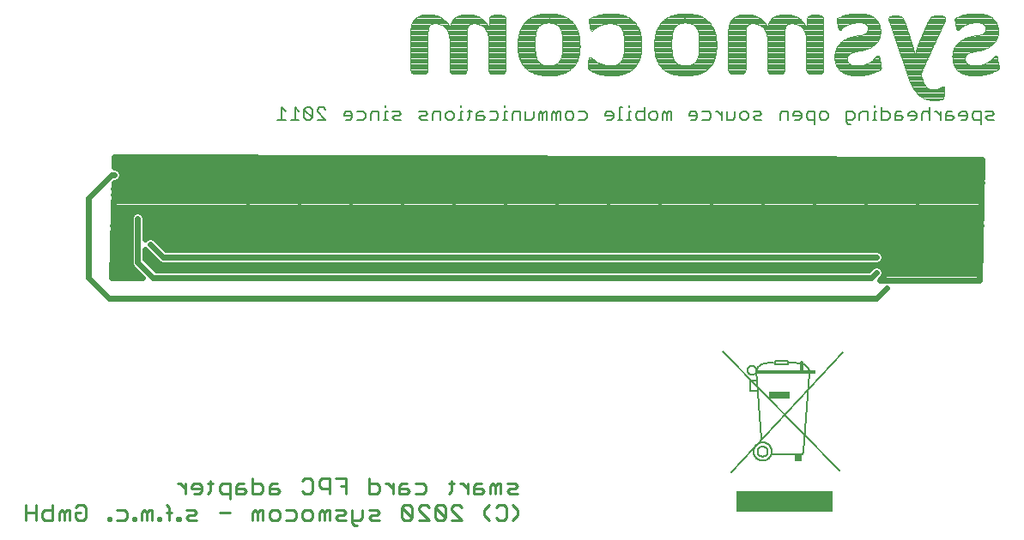
<source format=gbl>
G75*
%MOIN*%
%OFA0B0*%
%FSLAX25Y25*%
%IPPOS*%
%LPD*%
%AMOC8*
5,1,8,0,0,1.08239X$1,22.5*
%
%ADD10C,0.01000*%
%ADD11C,0.00800*%
%ADD12C,0.00787*%
%ADD13R,0.23130X0.01673*%
%ADD14R,0.07972X0.02756*%
%ADD15R,0.02756X0.02657*%
%ADD16R,0.37795X0.07874*%
%ADD17C,0.00394*%
%ADD18C,0.01781*%
%ADD19C,0.02362*%
D10*
X0010827Y0007734D02*
X0010827Y0013739D01*
X0014831Y0013739D02*
X0014831Y0007734D01*
X0017273Y0008735D02*
X0017273Y0010737D01*
X0018274Y0011738D01*
X0021276Y0011738D01*
X0021276Y0013739D02*
X0021276Y0007734D01*
X0018274Y0007734D01*
X0017273Y0008735D01*
X0014831Y0010737D02*
X0010827Y0010737D01*
X0023718Y0010737D02*
X0023718Y0007734D01*
X0025720Y0007734D02*
X0025720Y0010737D01*
X0024719Y0011738D01*
X0023718Y0010737D01*
X0025720Y0010737D02*
X0026721Y0011738D01*
X0027722Y0011738D01*
X0027722Y0007734D01*
X0030164Y0008735D02*
X0031165Y0007734D01*
X0033166Y0007734D01*
X0034167Y0008735D01*
X0034167Y0012739D01*
X0033166Y0013739D01*
X0031165Y0013739D01*
X0030164Y0012739D01*
X0030164Y0010737D02*
X0032165Y0010737D01*
X0030164Y0010737D02*
X0030164Y0008735D01*
X0042834Y0008735D02*
X0042834Y0007734D01*
X0043835Y0007734D01*
X0043835Y0008735D01*
X0042834Y0008735D01*
X0046277Y0007734D02*
X0049280Y0007734D01*
X0050281Y0008735D01*
X0050281Y0010737D01*
X0049280Y0011738D01*
X0046277Y0011738D01*
X0052503Y0008735D02*
X0052503Y0007734D01*
X0053504Y0007734D01*
X0053504Y0008735D01*
X0052503Y0008735D01*
X0055946Y0007734D02*
X0055946Y0010737D01*
X0056947Y0011738D01*
X0057947Y0010737D01*
X0057947Y0007734D01*
X0059949Y0007734D02*
X0059949Y0011738D01*
X0058948Y0011738D01*
X0057947Y0010737D01*
X0062171Y0008735D02*
X0062171Y0007734D01*
X0063172Y0007734D01*
X0063172Y0008735D01*
X0062171Y0008735D01*
X0065467Y0010737D02*
X0067469Y0010737D01*
X0066468Y0012739D02*
X0066468Y0007734D01*
X0069691Y0007734D02*
X0069691Y0008735D01*
X0070692Y0008735D01*
X0070692Y0007734D01*
X0069691Y0007734D01*
X0073134Y0008735D02*
X0074134Y0009736D01*
X0076136Y0009736D01*
X0077137Y0010737D01*
X0076136Y0011738D01*
X0073134Y0011738D01*
X0073134Y0008735D02*
X0074134Y0007734D01*
X0077137Y0007734D01*
X0086025Y0010737D02*
X0090028Y0010737D01*
X0098916Y0010737D02*
X0098916Y0007734D01*
X0100917Y0007734D02*
X0100917Y0010737D01*
X0099916Y0011738D01*
X0098916Y0010737D01*
X0100917Y0010737D02*
X0101918Y0011738D01*
X0102919Y0011738D01*
X0102919Y0007734D01*
X0105361Y0008735D02*
X0105361Y0010737D01*
X0106362Y0011738D01*
X0108364Y0011738D01*
X0109365Y0010737D01*
X0109365Y0008735D01*
X0108364Y0007734D01*
X0106362Y0007734D01*
X0105361Y0008735D01*
X0111807Y0007734D02*
X0114809Y0007734D01*
X0115810Y0008735D01*
X0115810Y0010737D01*
X0114809Y0011738D01*
X0111807Y0011738D01*
X0118252Y0010737D02*
X0119253Y0011738D01*
X0121255Y0011738D01*
X0122256Y0010737D01*
X0122256Y0008735D01*
X0121255Y0007734D01*
X0119253Y0007734D01*
X0118252Y0008735D01*
X0118252Y0010737D01*
X0124698Y0010737D02*
X0124698Y0007734D01*
X0126699Y0007734D02*
X0126699Y0010737D01*
X0125698Y0011738D01*
X0124698Y0010737D01*
X0126699Y0010737D02*
X0127700Y0011738D01*
X0128701Y0011738D01*
X0128701Y0007734D01*
X0131143Y0008735D02*
X0132144Y0009736D01*
X0134146Y0009736D01*
X0135147Y0010737D01*
X0134146Y0011738D01*
X0131143Y0011738D01*
X0131143Y0008735D02*
X0132144Y0007734D01*
X0135147Y0007734D01*
X0137589Y0007734D02*
X0140591Y0007734D01*
X0141592Y0008735D01*
X0141592Y0011738D01*
X0144034Y0011738D02*
X0147037Y0011738D01*
X0148038Y0010737D01*
X0147037Y0009736D01*
X0145035Y0009736D01*
X0144034Y0008735D01*
X0145035Y0007734D01*
X0148038Y0007734D01*
X0139590Y0005733D02*
X0138589Y0005733D01*
X0137589Y0006733D01*
X0137589Y0011738D01*
X0135147Y0018234D02*
X0135147Y0024239D01*
X0131143Y0024239D01*
X0128701Y0024239D02*
X0125698Y0024239D01*
X0124698Y0023239D01*
X0124698Y0021237D01*
X0125698Y0020236D01*
X0128701Y0020236D01*
X0128701Y0018234D02*
X0128701Y0024239D01*
X0133145Y0021237D02*
X0135147Y0021237D01*
X0144034Y0022238D02*
X0147037Y0022238D01*
X0148038Y0021237D01*
X0148038Y0019235D01*
X0147037Y0018234D01*
X0144034Y0018234D01*
X0144034Y0024239D01*
X0150406Y0022238D02*
X0151407Y0022238D01*
X0153409Y0020236D01*
X0153409Y0018234D02*
X0153409Y0022238D01*
X0155851Y0021237D02*
X0155851Y0018234D01*
X0158853Y0018234D01*
X0159854Y0019235D01*
X0158853Y0020236D01*
X0155851Y0020236D01*
X0155851Y0021237D02*
X0156852Y0022238D01*
X0158853Y0022238D01*
X0162296Y0022238D02*
X0165299Y0022238D01*
X0166300Y0021237D01*
X0166300Y0019235D01*
X0165299Y0018234D01*
X0162296Y0018234D01*
X0164371Y0013739D02*
X0166373Y0013739D01*
X0167374Y0012739D01*
X0169816Y0012739D02*
X0173820Y0008735D01*
X0172819Y0007734D01*
X0170817Y0007734D01*
X0169816Y0008735D01*
X0169816Y0012739D01*
X0170817Y0013739D01*
X0172819Y0013739D01*
X0173820Y0012739D01*
X0173820Y0008735D01*
X0176262Y0007734D02*
X0180265Y0007734D01*
X0176262Y0011738D01*
X0176262Y0012739D01*
X0177262Y0013739D01*
X0179264Y0013739D01*
X0180265Y0012739D01*
X0189006Y0011738D02*
X0189006Y0009736D01*
X0191008Y0007734D01*
X0193450Y0008735D02*
X0194450Y0007734D01*
X0196452Y0007734D01*
X0197453Y0008735D01*
X0197453Y0012739D01*
X0196452Y0013739D01*
X0194450Y0013739D01*
X0193450Y0012739D01*
X0191008Y0013739D02*
X0189006Y0011738D01*
X0187858Y0018234D02*
X0184856Y0018234D01*
X0184856Y0021237D01*
X0185856Y0022238D01*
X0187858Y0022238D01*
X0187858Y0020236D02*
X0184856Y0020236D01*
X0182414Y0020236D02*
X0180412Y0022238D01*
X0179411Y0022238D01*
X0177042Y0022238D02*
X0175041Y0022238D01*
X0176041Y0023239D02*
X0176041Y0019235D01*
X0175041Y0018234D01*
X0182414Y0018234D02*
X0182414Y0022238D01*
X0187858Y0020236D02*
X0188859Y0019235D01*
X0187858Y0018234D01*
X0191301Y0018234D02*
X0191301Y0021237D01*
X0192302Y0022238D01*
X0193303Y0021237D01*
X0193303Y0018234D01*
X0195305Y0018234D02*
X0195305Y0022238D01*
X0194304Y0022238D01*
X0193303Y0021237D01*
X0197747Y0022238D02*
X0200749Y0022238D01*
X0201750Y0021237D01*
X0200749Y0020236D01*
X0198747Y0020236D01*
X0197747Y0019235D01*
X0198747Y0018234D01*
X0201750Y0018234D01*
X0199748Y0013739D02*
X0201750Y0011738D01*
X0201750Y0009736D01*
X0199748Y0007734D01*
X0167374Y0007734D02*
X0163371Y0011738D01*
X0163371Y0012739D01*
X0164371Y0013739D01*
X0160929Y0012739D02*
X0159928Y0013739D01*
X0157926Y0013739D01*
X0156925Y0012739D01*
X0160929Y0008735D01*
X0159928Y0007734D01*
X0157926Y0007734D01*
X0156925Y0008735D01*
X0156925Y0012739D01*
X0160929Y0012739D02*
X0160929Y0008735D01*
X0163371Y0007734D02*
X0167374Y0007734D01*
X0122256Y0019235D02*
X0121255Y0018234D01*
X0119253Y0018234D01*
X0118252Y0019235D01*
X0122256Y0019235D02*
X0122256Y0023239D01*
X0121255Y0024239D01*
X0119253Y0024239D01*
X0118252Y0023239D01*
X0109365Y0019235D02*
X0108364Y0020236D01*
X0105361Y0020236D01*
X0105361Y0021237D02*
X0105361Y0018234D01*
X0108364Y0018234D01*
X0109365Y0019235D01*
X0106362Y0022238D02*
X0105361Y0021237D01*
X0106362Y0022238D02*
X0108364Y0022238D01*
X0102919Y0021237D02*
X0102919Y0019235D01*
X0101918Y0018234D01*
X0098916Y0018234D01*
X0098916Y0024239D01*
X0098916Y0022238D02*
X0101918Y0022238D01*
X0102919Y0021237D01*
X0096474Y0019235D02*
X0095473Y0020236D01*
X0092470Y0020236D01*
X0092470Y0021237D02*
X0092470Y0018234D01*
X0095473Y0018234D01*
X0096474Y0019235D01*
X0093471Y0022238D02*
X0092470Y0021237D01*
X0093471Y0022238D02*
X0095473Y0022238D01*
X0090028Y0022238D02*
X0087025Y0022238D01*
X0086025Y0021237D01*
X0086025Y0019235D01*
X0087025Y0018234D01*
X0090028Y0018234D01*
X0090028Y0016233D02*
X0090028Y0022238D01*
X0083583Y0022238D02*
X0081581Y0022238D01*
X0082582Y0023239D02*
X0082582Y0019235D01*
X0081581Y0018234D01*
X0079286Y0019235D02*
X0079286Y0021237D01*
X0078285Y0022238D01*
X0076283Y0022238D01*
X0075282Y0021237D01*
X0075282Y0020236D01*
X0079286Y0020236D01*
X0079286Y0019235D02*
X0078285Y0018234D01*
X0076283Y0018234D01*
X0072840Y0018234D02*
X0072840Y0022238D01*
X0072840Y0020236D02*
X0070838Y0022238D01*
X0069838Y0022238D01*
X0065467Y0013739D02*
X0066468Y0012739D01*
D11*
X0317239Y0162033D02*
X0317239Y0166837D01*
X0314837Y0166837D01*
X0314036Y0166036D01*
X0314036Y0164435D01*
X0314837Y0163634D01*
X0317239Y0163634D01*
X0319192Y0164435D02*
X0319192Y0166036D01*
X0319993Y0166837D01*
X0321594Y0166837D01*
X0322395Y0166036D01*
X0322395Y0164435D01*
X0321594Y0163634D01*
X0319993Y0163634D01*
X0319192Y0164435D01*
X0312082Y0164435D02*
X0312082Y0166036D01*
X0311282Y0166837D01*
X0309680Y0166837D01*
X0308880Y0166036D01*
X0308880Y0165236D01*
X0312082Y0165236D01*
X0312082Y0164435D02*
X0311282Y0163634D01*
X0309680Y0163634D01*
X0306926Y0163634D02*
X0306926Y0166837D01*
X0304524Y0166837D01*
X0303723Y0166036D01*
X0303723Y0163634D01*
X0296613Y0163634D02*
X0294211Y0163634D01*
X0293410Y0164435D01*
X0294211Y0165236D01*
X0295812Y0165236D01*
X0296613Y0166036D01*
X0295812Y0166837D01*
X0293410Y0166837D01*
X0291457Y0166036D02*
X0291457Y0164435D01*
X0290656Y0163634D01*
X0289055Y0163634D01*
X0288254Y0164435D01*
X0288254Y0166036D01*
X0289055Y0166837D01*
X0290656Y0166837D01*
X0291457Y0166036D01*
X0286300Y0166837D02*
X0286300Y0164435D01*
X0285500Y0163634D01*
X0283098Y0163634D01*
X0283098Y0166837D01*
X0281144Y0166837D02*
X0281144Y0163634D01*
X0281144Y0165236D02*
X0279542Y0166837D01*
X0278742Y0166837D01*
X0276847Y0166036D02*
X0276847Y0164435D01*
X0276046Y0163634D01*
X0273644Y0163634D01*
X0271690Y0164435D02*
X0271690Y0166036D01*
X0270890Y0166837D01*
X0269288Y0166837D01*
X0268488Y0166036D01*
X0268488Y0165236D01*
X0271690Y0165236D01*
X0271690Y0164435D02*
X0270890Y0163634D01*
X0269288Y0163634D01*
X0273644Y0166837D02*
X0276046Y0166837D01*
X0276847Y0166036D01*
X0261378Y0166837D02*
X0261378Y0163634D01*
X0259776Y0163634D02*
X0259776Y0166036D01*
X0258976Y0166837D01*
X0258175Y0166036D01*
X0258175Y0163634D01*
X0256221Y0164435D02*
X0256221Y0166036D01*
X0255421Y0166837D01*
X0253819Y0166837D01*
X0253019Y0166036D01*
X0253019Y0164435D01*
X0253819Y0163634D01*
X0255421Y0163634D01*
X0256221Y0164435D01*
X0259776Y0166036D02*
X0260577Y0166837D01*
X0261378Y0166837D01*
X0251065Y0166837D02*
X0248663Y0166837D01*
X0247862Y0166036D01*
X0247862Y0164435D01*
X0248663Y0163634D01*
X0251065Y0163634D01*
X0251065Y0168438D01*
X0245908Y0166837D02*
X0245108Y0166837D01*
X0245108Y0163634D01*
X0245908Y0163634D02*
X0244307Y0163634D01*
X0242471Y0163634D02*
X0240870Y0163634D01*
X0241670Y0163634D02*
X0241670Y0168438D01*
X0242471Y0168438D01*
X0245108Y0168438D02*
X0245108Y0169239D01*
X0239033Y0166036D02*
X0238233Y0166837D01*
X0236631Y0166837D01*
X0235831Y0166036D01*
X0235831Y0165236D01*
X0239033Y0165236D01*
X0239033Y0166036D02*
X0239033Y0164435D01*
X0238233Y0163634D01*
X0236631Y0163634D01*
X0228720Y0164435D02*
X0227920Y0163634D01*
X0225518Y0163634D01*
X0223564Y0164435D02*
X0222763Y0163634D01*
X0221162Y0163634D01*
X0220361Y0164435D01*
X0220361Y0166036D01*
X0221162Y0166837D01*
X0222763Y0166837D01*
X0223564Y0166036D01*
X0223564Y0164435D01*
X0225518Y0166837D02*
X0227920Y0166837D01*
X0228720Y0166036D01*
X0228720Y0164435D01*
X0218408Y0163634D02*
X0218408Y0166837D01*
X0217607Y0166837D01*
X0216806Y0166036D01*
X0216006Y0166837D01*
X0215205Y0166036D01*
X0215205Y0163634D01*
X0216806Y0163634D02*
X0216806Y0166036D01*
X0213251Y0166837D02*
X0213251Y0163634D01*
X0211650Y0163634D02*
X0211650Y0166036D01*
X0210849Y0166837D01*
X0210049Y0166036D01*
X0210049Y0163634D01*
X0208095Y0164435D02*
X0208095Y0166837D01*
X0208095Y0164435D02*
X0207294Y0163634D01*
X0204892Y0163634D01*
X0204892Y0166837D01*
X0202938Y0166837D02*
X0200536Y0166837D01*
X0199736Y0166036D01*
X0199736Y0163634D01*
X0197782Y0163634D02*
X0196181Y0163634D01*
X0196981Y0163634D02*
X0196981Y0166837D01*
X0197782Y0166837D01*
X0196981Y0168438D02*
X0196981Y0169239D01*
X0194344Y0166036D02*
X0193544Y0166837D01*
X0191142Y0166837D01*
X0188387Y0166837D02*
X0186786Y0166837D01*
X0185985Y0166036D01*
X0185985Y0163634D01*
X0188387Y0163634D01*
X0189188Y0164435D01*
X0188387Y0165236D01*
X0185985Y0165236D01*
X0184032Y0166837D02*
X0182430Y0166837D01*
X0183231Y0167638D02*
X0183231Y0164435D01*
X0182430Y0163634D01*
X0180594Y0163634D02*
X0178993Y0163634D01*
X0179793Y0163634D02*
X0179793Y0166837D01*
X0180594Y0166837D01*
X0179793Y0168438D02*
X0179793Y0169239D01*
X0177156Y0166036D02*
X0177156Y0164435D01*
X0176356Y0163634D01*
X0174754Y0163634D01*
X0173954Y0164435D01*
X0173954Y0166036D01*
X0174754Y0166837D01*
X0176356Y0166837D01*
X0177156Y0166036D01*
X0172000Y0166837D02*
X0172000Y0163634D01*
X0168797Y0163634D02*
X0168797Y0166036D01*
X0169598Y0166837D01*
X0172000Y0166837D01*
X0166844Y0166036D02*
X0166043Y0166837D01*
X0163641Y0166837D01*
X0164442Y0165236D02*
X0166043Y0165236D01*
X0166844Y0166036D01*
X0166844Y0163634D02*
X0164442Y0163634D01*
X0163641Y0164435D01*
X0164442Y0165236D01*
X0156531Y0166036D02*
X0155730Y0165236D01*
X0154129Y0165236D01*
X0153328Y0164435D01*
X0154129Y0163634D01*
X0156531Y0163634D01*
X0156531Y0166036D02*
X0155730Y0166837D01*
X0153328Y0166837D01*
X0151375Y0166837D02*
X0150574Y0166837D01*
X0150574Y0163634D01*
X0151375Y0163634D02*
X0149773Y0163634D01*
X0147937Y0163634D02*
X0147937Y0166837D01*
X0145535Y0166837D01*
X0144734Y0166036D01*
X0144734Y0163634D01*
X0142781Y0164435D02*
X0141980Y0163634D01*
X0139578Y0163634D01*
X0137624Y0164435D02*
X0137624Y0166036D01*
X0136823Y0166837D01*
X0135222Y0166837D01*
X0134421Y0166036D01*
X0134421Y0165236D01*
X0137624Y0165236D01*
X0137624Y0164435D02*
X0136823Y0163634D01*
X0135222Y0163634D01*
X0139578Y0166837D02*
X0141980Y0166837D01*
X0142781Y0166036D01*
X0142781Y0164435D01*
X0150574Y0168438D02*
X0150574Y0169239D01*
X0127311Y0167638D02*
X0126511Y0168438D01*
X0124909Y0168438D01*
X0124109Y0167638D01*
X0124109Y0166837D01*
X0127311Y0163634D01*
X0124109Y0163634D01*
X0122155Y0164435D02*
X0118952Y0167638D01*
X0118952Y0164435D01*
X0119753Y0163634D01*
X0121354Y0163634D01*
X0122155Y0164435D01*
X0122155Y0167638D01*
X0121354Y0168438D01*
X0119753Y0168438D01*
X0118952Y0167638D01*
X0116999Y0166837D02*
X0115397Y0168438D01*
X0115397Y0163634D01*
X0113796Y0163634D02*
X0116999Y0163634D01*
X0111842Y0163634D02*
X0108639Y0163634D01*
X0110241Y0163634D02*
X0110241Y0168438D01*
X0111842Y0166837D01*
X0191142Y0163634D02*
X0193544Y0163634D01*
X0194344Y0164435D01*
X0194344Y0166036D01*
X0202938Y0166837D02*
X0202938Y0163634D01*
X0211650Y0166036D02*
X0212451Y0166837D01*
X0213251Y0166837D01*
X0329505Y0166837D02*
X0329505Y0162834D01*
X0330306Y0162033D01*
X0331106Y0162033D01*
X0331907Y0163634D02*
X0329505Y0163634D01*
X0331907Y0163634D02*
X0332708Y0164435D01*
X0332708Y0166036D01*
X0331907Y0166837D01*
X0329505Y0166837D01*
X0334661Y0166036D02*
X0334661Y0163634D01*
X0334661Y0166036D02*
X0335462Y0166837D01*
X0337864Y0166837D01*
X0337864Y0163634D01*
X0339700Y0163634D02*
X0341302Y0163634D01*
X0340501Y0163634D02*
X0340501Y0166837D01*
X0341302Y0166837D01*
X0340501Y0168438D02*
X0340501Y0169239D01*
X0343255Y0168438D02*
X0343255Y0163634D01*
X0345658Y0163634D01*
X0346458Y0164435D01*
X0346458Y0166036D01*
X0345658Y0166837D01*
X0343255Y0166837D01*
X0348412Y0166036D02*
X0348412Y0163634D01*
X0350814Y0163634D01*
X0351615Y0164435D01*
X0350814Y0165236D01*
X0348412Y0165236D01*
X0348412Y0166036D02*
X0349213Y0166837D01*
X0350814Y0166837D01*
X0353568Y0166036D02*
X0353568Y0165236D01*
X0356771Y0165236D01*
X0356771Y0166036D02*
X0356771Y0164435D01*
X0355970Y0163634D01*
X0354369Y0163634D01*
X0353568Y0166036D02*
X0354369Y0166837D01*
X0355970Y0166837D01*
X0356771Y0166036D01*
X0358725Y0166036D02*
X0358725Y0163634D01*
X0358725Y0166036D02*
X0359525Y0166837D01*
X0361127Y0166837D01*
X0361927Y0166036D01*
X0363822Y0166837D02*
X0364623Y0166837D01*
X0366224Y0165236D01*
X0366224Y0166837D02*
X0366224Y0163634D01*
X0368178Y0163634D02*
X0370580Y0163634D01*
X0371381Y0164435D01*
X0370580Y0165236D01*
X0368178Y0165236D01*
X0368178Y0166036D02*
X0368178Y0163634D01*
X0368178Y0166036D02*
X0368979Y0166837D01*
X0370580Y0166837D01*
X0373334Y0166036D02*
X0373334Y0165236D01*
X0376537Y0165236D01*
X0376537Y0166036D02*
X0376537Y0164435D01*
X0375737Y0163634D01*
X0374135Y0163634D01*
X0373334Y0166036D02*
X0374135Y0166837D01*
X0375737Y0166837D01*
X0376537Y0166036D01*
X0378491Y0166036D02*
X0378491Y0164435D01*
X0379292Y0163634D01*
X0381694Y0163634D01*
X0381694Y0162033D02*
X0381694Y0166837D01*
X0379292Y0166837D01*
X0378491Y0166036D01*
X0383647Y0166837D02*
X0386049Y0166837D01*
X0386850Y0166036D01*
X0386049Y0165236D01*
X0384448Y0165236D01*
X0383647Y0164435D01*
X0384448Y0163634D01*
X0386850Y0163634D01*
X0361927Y0163634D02*
X0361927Y0168438D01*
D12*
X0328116Y0073179D02*
X0284809Y0026722D01*
X0295045Y0034695D02*
X0295047Y0034783D01*
X0295053Y0034871D01*
X0295063Y0034959D01*
X0295077Y0035047D01*
X0295094Y0035133D01*
X0295116Y0035219D01*
X0295141Y0035303D01*
X0295171Y0035387D01*
X0295203Y0035469D01*
X0295240Y0035549D01*
X0295280Y0035628D01*
X0295324Y0035705D01*
X0295371Y0035780D01*
X0295421Y0035852D01*
X0295475Y0035923D01*
X0295531Y0035990D01*
X0295591Y0036056D01*
X0295653Y0036118D01*
X0295719Y0036178D01*
X0295786Y0036234D01*
X0295857Y0036288D01*
X0295929Y0036338D01*
X0296004Y0036385D01*
X0296081Y0036429D01*
X0296160Y0036469D01*
X0296240Y0036506D01*
X0296322Y0036538D01*
X0296406Y0036568D01*
X0296490Y0036593D01*
X0296576Y0036615D01*
X0296662Y0036632D01*
X0296750Y0036646D01*
X0296838Y0036656D01*
X0296926Y0036662D01*
X0297014Y0036664D01*
X0297102Y0036662D01*
X0297190Y0036656D01*
X0297278Y0036646D01*
X0297366Y0036632D01*
X0297452Y0036615D01*
X0297538Y0036593D01*
X0297622Y0036568D01*
X0297706Y0036538D01*
X0297788Y0036506D01*
X0297868Y0036469D01*
X0297947Y0036429D01*
X0298024Y0036385D01*
X0298099Y0036338D01*
X0298171Y0036288D01*
X0298242Y0036234D01*
X0298309Y0036178D01*
X0298375Y0036118D01*
X0298437Y0036056D01*
X0298497Y0035990D01*
X0298553Y0035923D01*
X0298607Y0035852D01*
X0298657Y0035780D01*
X0298704Y0035705D01*
X0298748Y0035628D01*
X0298788Y0035549D01*
X0298825Y0035469D01*
X0298857Y0035387D01*
X0298887Y0035303D01*
X0298912Y0035219D01*
X0298934Y0035133D01*
X0298951Y0035047D01*
X0298965Y0034959D01*
X0298975Y0034871D01*
X0298981Y0034783D01*
X0298983Y0034695D01*
X0298981Y0034607D01*
X0298975Y0034519D01*
X0298965Y0034431D01*
X0298951Y0034343D01*
X0298934Y0034257D01*
X0298912Y0034171D01*
X0298887Y0034087D01*
X0298857Y0034003D01*
X0298825Y0033921D01*
X0298788Y0033841D01*
X0298748Y0033762D01*
X0298704Y0033685D01*
X0298657Y0033610D01*
X0298607Y0033538D01*
X0298553Y0033467D01*
X0298497Y0033400D01*
X0298437Y0033334D01*
X0298375Y0033272D01*
X0298309Y0033212D01*
X0298242Y0033156D01*
X0298171Y0033102D01*
X0298099Y0033052D01*
X0298024Y0033005D01*
X0297947Y0032961D01*
X0297868Y0032921D01*
X0297788Y0032884D01*
X0297706Y0032852D01*
X0297622Y0032822D01*
X0297538Y0032797D01*
X0297452Y0032775D01*
X0297366Y0032758D01*
X0297278Y0032744D01*
X0297190Y0032734D01*
X0297102Y0032728D01*
X0297014Y0032726D01*
X0296926Y0032728D01*
X0296838Y0032734D01*
X0296750Y0032744D01*
X0296662Y0032758D01*
X0296576Y0032775D01*
X0296490Y0032797D01*
X0296406Y0032822D01*
X0296322Y0032852D01*
X0296240Y0032884D01*
X0296160Y0032921D01*
X0296081Y0032961D01*
X0296004Y0033005D01*
X0295929Y0033052D01*
X0295857Y0033102D01*
X0295786Y0033156D01*
X0295719Y0033212D01*
X0295653Y0033272D01*
X0295591Y0033334D01*
X0295531Y0033400D01*
X0295475Y0033467D01*
X0295421Y0033538D01*
X0295371Y0033610D01*
X0295324Y0033685D01*
X0295280Y0033762D01*
X0295240Y0033841D01*
X0295203Y0033921D01*
X0295171Y0034003D01*
X0295141Y0034087D01*
X0295116Y0034171D01*
X0295094Y0034257D01*
X0295077Y0034343D01*
X0295063Y0034431D01*
X0295053Y0034519D01*
X0295047Y0034607D01*
X0295045Y0034695D01*
X0293466Y0034695D02*
X0293468Y0034814D01*
X0293474Y0034932D01*
X0293484Y0035050D01*
X0293498Y0035168D01*
X0293515Y0035285D01*
X0293537Y0035402D01*
X0293563Y0035517D01*
X0293592Y0035632D01*
X0293625Y0035746D01*
X0293662Y0035859D01*
X0293703Y0035970D01*
X0293748Y0036080D01*
X0293796Y0036188D01*
X0293847Y0036295D01*
X0293903Y0036400D01*
X0293961Y0036503D01*
X0294023Y0036604D01*
X0294089Y0036703D01*
X0294158Y0036800D01*
X0294230Y0036894D01*
X0294305Y0036986D01*
X0294383Y0037075D01*
X0294464Y0037162D01*
X0294547Y0037245D01*
X0294634Y0037326D01*
X0294723Y0037404D01*
X0294815Y0037479D01*
X0294909Y0037551D01*
X0295006Y0037620D01*
X0295105Y0037686D01*
X0295206Y0037748D01*
X0295309Y0037806D01*
X0295414Y0037862D01*
X0295521Y0037913D01*
X0295629Y0037961D01*
X0295739Y0038006D01*
X0295850Y0038047D01*
X0295963Y0038084D01*
X0296077Y0038117D01*
X0296192Y0038146D01*
X0296307Y0038172D01*
X0296424Y0038194D01*
X0296541Y0038211D01*
X0296659Y0038225D01*
X0296777Y0038235D01*
X0296895Y0038241D01*
X0297014Y0038243D01*
X0297133Y0038241D01*
X0297251Y0038235D01*
X0297369Y0038225D01*
X0297487Y0038211D01*
X0297604Y0038194D01*
X0297721Y0038172D01*
X0297836Y0038146D01*
X0297951Y0038117D01*
X0298065Y0038084D01*
X0298178Y0038047D01*
X0298289Y0038006D01*
X0298399Y0037961D01*
X0298507Y0037913D01*
X0298614Y0037862D01*
X0298719Y0037806D01*
X0298822Y0037748D01*
X0298923Y0037686D01*
X0299022Y0037620D01*
X0299119Y0037551D01*
X0299213Y0037479D01*
X0299305Y0037404D01*
X0299394Y0037326D01*
X0299481Y0037245D01*
X0299564Y0037162D01*
X0299645Y0037075D01*
X0299723Y0036986D01*
X0299798Y0036894D01*
X0299870Y0036800D01*
X0299939Y0036703D01*
X0300005Y0036604D01*
X0300067Y0036503D01*
X0300125Y0036400D01*
X0300181Y0036295D01*
X0300232Y0036188D01*
X0300280Y0036080D01*
X0300325Y0035970D01*
X0300366Y0035859D01*
X0300403Y0035746D01*
X0300436Y0035632D01*
X0300465Y0035517D01*
X0300491Y0035402D01*
X0300513Y0035285D01*
X0300530Y0035168D01*
X0300544Y0035050D01*
X0300554Y0034932D01*
X0300560Y0034814D01*
X0300562Y0034695D01*
X0300560Y0034576D01*
X0300554Y0034458D01*
X0300544Y0034340D01*
X0300530Y0034222D01*
X0300513Y0034105D01*
X0300491Y0033988D01*
X0300465Y0033873D01*
X0300436Y0033758D01*
X0300403Y0033644D01*
X0300366Y0033531D01*
X0300325Y0033420D01*
X0300280Y0033310D01*
X0300232Y0033202D01*
X0300181Y0033095D01*
X0300125Y0032990D01*
X0300067Y0032887D01*
X0300005Y0032786D01*
X0299939Y0032687D01*
X0299870Y0032590D01*
X0299798Y0032496D01*
X0299723Y0032404D01*
X0299645Y0032315D01*
X0299564Y0032228D01*
X0299481Y0032145D01*
X0299394Y0032064D01*
X0299305Y0031986D01*
X0299213Y0031911D01*
X0299119Y0031839D01*
X0299022Y0031770D01*
X0298923Y0031704D01*
X0298822Y0031642D01*
X0298719Y0031584D01*
X0298614Y0031528D01*
X0298507Y0031477D01*
X0298399Y0031429D01*
X0298289Y0031384D01*
X0298178Y0031343D01*
X0298065Y0031306D01*
X0297951Y0031273D01*
X0297836Y0031244D01*
X0297721Y0031218D01*
X0297604Y0031196D01*
X0297487Y0031179D01*
X0297369Y0031165D01*
X0297251Y0031155D01*
X0297133Y0031149D01*
X0297014Y0031147D01*
X0296895Y0031149D01*
X0296777Y0031155D01*
X0296659Y0031165D01*
X0296541Y0031179D01*
X0296424Y0031196D01*
X0296307Y0031218D01*
X0296192Y0031244D01*
X0296077Y0031273D01*
X0295963Y0031306D01*
X0295850Y0031343D01*
X0295739Y0031384D01*
X0295629Y0031429D01*
X0295521Y0031477D01*
X0295414Y0031528D01*
X0295309Y0031584D01*
X0295206Y0031642D01*
X0295105Y0031704D01*
X0295006Y0031770D01*
X0294909Y0031839D01*
X0294815Y0031911D01*
X0294723Y0031986D01*
X0294634Y0032064D01*
X0294547Y0032145D01*
X0294464Y0032228D01*
X0294383Y0032315D01*
X0294305Y0032404D01*
X0294230Y0032496D01*
X0294158Y0032590D01*
X0294089Y0032687D01*
X0294023Y0032786D01*
X0293961Y0032887D01*
X0293903Y0032990D01*
X0293847Y0033095D01*
X0293796Y0033202D01*
X0293748Y0033310D01*
X0293703Y0033420D01*
X0293662Y0033531D01*
X0293625Y0033644D01*
X0293592Y0033758D01*
X0293563Y0033873D01*
X0293537Y0033988D01*
X0293515Y0034105D01*
X0293498Y0034222D01*
X0293484Y0034340D01*
X0293474Y0034458D01*
X0293468Y0034576D01*
X0293466Y0034695D01*
X0296620Y0039715D02*
X0294652Y0066093D01*
X0291108Y0066289D02*
X0291110Y0066373D01*
X0291116Y0066456D01*
X0291126Y0066539D01*
X0291140Y0066622D01*
X0291157Y0066704D01*
X0291179Y0066785D01*
X0291204Y0066864D01*
X0291233Y0066943D01*
X0291266Y0067020D01*
X0291302Y0067095D01*
X0291342Y0067169D01*
X0291385Y0067241D01*
X0291432Y0067310D01*
X0291482Y0067377D01*
X0291535Y0067442D01*
X0291591Y0067504D01*
X0291649Y0067564D01*
X0291711Y0067621D01*
X0291775Y0067674D01*
X0291842Y0067725D01*
X0291911Y0067772D01*
X0291982Y0067817D01*
X0292055Y0067857D01*
X0292130Y0067894D01*
X0292207Y0067928D01*
X0292285Y0067958D01*
X0292364Y0067984D01*
X0292445Y0068007D01*
X0292527Y0068025D01*
X0292609Y0068040D01*
X0292692Y0068051D01*
X0292775Y0068058D01*
X0292859Y0068061D01*
X0292943Y0068060D01*
X0293026Y0068055D01*
X0293110Y0068046D01*
X0293192Y0068033D01*
X0293274Y0068017D01*
X0293355Y0067996D01*
X0293436Y0067972D01*
X0293514Y0067944D01*
X0293592Y0067912D01*
X0293668Y0067876D01*
X0293742Y0067837D01*
X0293814Y0067795D01*
X0293884Y0067749D01*
X0293952Y0067700D01*
X0294017Y0067648D01*
X0294080Y0067593D01*
X0294140Y0067535D01*
X0294198Y0067474D01*
X0294252Y0067410D01*
X0294304Y0067344D01*
X0294352Y0067276D01*
X0294397Y0067205D01*
X0294438Y0067132D01*
X0294477Y0067058D01*
X0294511Y0066982D01*
X0294542Y0066904D01*
X0294569Y0066825D01*
X0294593Y0066744D01*
X0294612Y0066663D01*
X0294628Y0066581D01*
X0294640Y0066498D01*
X0294648Y0066414D01*
X0294652Y0066331D01*
X0294652Y0066247D01*
X0294648Y0066164D01*
X0294640Y0066080D01*
X0294628Y0065997D01*
X0294612Y0065915D01*
X0294593Y0065834D01*
X0294569Y0065753D01*
X0294542Y0065674D01*
X0294511Y0065596D01*
X0294477Y0065520D01*
X0294438Y0065446D01*
X0294397Y0065373D01*
X0294352Y0065302D01*
X0294304Y0065234D01*
X0294252Y0065168D01*
X0294198Y0065104D01*
X0294140Y0065043D01*
X0294080Y0064985D01*
X0294017Y0064930D01*
X0293952Y0064878D01*
X0293884Y0064829D01*
X0293814Y0064783D01*
X0293742Y0064741D01*
X0293668Y0064702D01*
X0293592Y0064666D01*
X0293514Y0064634D01*
X0293436Y0064606D01*
X0293355Y0064582D01*
X0293274Y0064561D01*
X0293192Y0064545D01*
X0293110Y0064532D01*
X0293026Y0064523D01*
X0292943Y0064518D01*
X0292859Y0064517D01*
X0292775Y0064520D01*
X0292692Y0064527D01*
X0292609Y0064538D01*
X0292527Y0064553D01*
X0292445Y0064571D01*
X0292364Y0064594D01*
X0292285Y0064620D01*
X0292207Y0064650D01*
X0292130Y0064684D01*
X0292055Y0064721D01*
X0291982Y0064761D01*
X0291911Y0064806D01*
X0291842Y0064853D01*
X0291775Y0064904D01*
X0291711Y0064957D01*
X0291649Y0065014D01*
X0291591Y0065074D01*
X0291535Y0065136D01*
X0291482Y0065201D01*
X0291432Y0065268D01*
X0291385Y0065337D01*
X0291342Y0065409D01*
X0291302Y0065483D01*
X0291266Y0065558D01*
X0291233Y0065635D01*
X0291204Y0065714D01*
X0291179Y0065793D01*
X0291157Y0065874D01*
X0291140Y0065956D01*
X0291126Y0066039D01*
X0291116Y0066122D01*
X0291110Y0066205D01*
X0291108Y0066289D01*
X0294652Y0066093D02*
X0294656Y0066183D01*
X0294664Y0066273D01*
X0294676Y0066362D01*
X0294692Y0066451D01*
X0294711Y0066539D01*
X0294734Y0066626D01*
X0294761Y0066712D01*
X0294791Y0066797D01*
X0294825Y0066881D01*
X0294863Y0066963D01*
X0294903Y0067043D01*
X0294947Y0067122D01*
X0294995Y0067199D01*
X0295045Y0067274D01*
X0295117Y0067371D01*
X0295191Y0067467D01*
X0295268Y0067560D01*
X0295348Y0067650D01*
X0295431Y0067739D01*
X0295517Y0067824D01*
X0295605Y0067907D01*
X0295695Y0067988D01*
X0295788Y0068065D01*
X0295883Y0068140D01*
X0295981Y0068211D01*
X0296080Y0068280D01*
X0296182Y0068345D01*
X0296286Y0068408D01*
X0296391Y0068467D01*
X0296498Y0068523D01*
X0296607Y0068576D01*
X0296718Y0068625D01*
X0296830Y0068671D01*
X0296943Y0068714D01*
X0297058Y0068753D01*
X0297173Y0068788D01*
X0297290Y0068820D01*
X0297407Y0068848D01*
X0300951Y0069242D02*
X0301344Y0069242D01*
X0301738Y0068455D02*
X0301738Y0070030D01*
X0306856Y0070030D01*
X0306856Y0069242D01*
X0306856Y0068455D01*
X0301738Y0068455D01*
X0311778Y0069242D02*
X0311974Y0065699D01*
X0312368Y0065699D01*
X0312565Y0069242D01*
X0312567Y0069281D01*
X0312565Y0069321D01*
X0312560Y0069359D01*
X0312551Y0069397D01*
X0312538Y0069434D01*
X0312522Y0069470D01*
X0312502Y0069504D01*
X0312479Y0069535D01*
X0312453Y0069564D01*
X0312424Y0069591D01*
X0312392Y0069614D01*
X0312359Y0069635D01*
X0312324Y0069651D01*
X0312287Y0069665D01*
X0312249Y0069674D01*
X0312210Y0069680D01*
X0312171Y0069682D01*
X0312132Y0069680D01*
X0312093Y0069674D01*
X0312055Y0069665D01*
X0312018Y0069651D01*
X0311983Y0069635D01*
X0311950Y0069614D01*
X0311918Y0069591D01*
X0311889Y0069564D01*
X0311863Y0069535D01*
X0311840Y0069504D01*
X0311820Y0069470D01*
X0311804Y0069434D01*
X0311791Y0069397D01*
X0311782Y0069359D01*
X0311777Y0069321D01*
X0311775Y0069281D01*
X0311777Y0069242D01*
X0313943Y0068061D02*
X0314026Y0067997D01*
X0314107Y0067929D01*
X0314185Y0067859D01*
X0314261Y0067785D01*
X0314334Y0067710D01*
X0314404Y0067631D01*
X0314472Y0067550D01*
X0314536Y0067467D01*
X0314598Y0067382D01*
X0314656Y0067294D01*
X0314711Y0067205D01*
X0314763Y0067113D01*
X0314812Y0067020D01*
X0314858Y0066925D01*
X0314900Y0066828D01*
X0314938Y0066730D01*
X0314973Y0066631D01*
X0315005Y0066530D01*
X0315032Y0066429D01*
X0315057Y0066326D01*
X0315077Y0066223D01*
X0315094Y0066119D01*
X0315107Y0066014D01*
X0315116Y0065909D01*
X0315122Y0065804D01*
X0315124Y0065699D01*
X0315124Y0064911D01*
X0312762Y0034596D01*
X0312760Y0034530D01*
X0312755Y0034464D01*
X0312745Y0034398D01*
X0312732Y0034333D01*
X0312716Y0034269D01*
X0312696Y0034206D01*
X0312672Y0034144D01*
X0312645Y0034084D01*
X0312615Y0034025D01*
X0312581Y0033968D01*
X0312544Y0033913D01*
X0312504Y0033860D01*
X0312462Y0033809D01*
X0312416Y0033761D01*
X0312368Y0033715D01*
X0312317Y0033673D01*
X0312264Y0033633D01*
X0312209Y0033596D01*
X0312152Y0033562D01*
X0312093Y0033532D01*
X0312033Y0033505D01*
X0311971Y0033481D01*
X0311908Y0033461D01*
X0311844Y0033445D01*
X0311779Y0033432D01*
X0311713Y0033422D01*
X0311647Y0033417D01*
X0311581Y0033415D01*
X0300951Y0033415D01*
X0326935Y0027116D02*
X0281659Y0073573D01*
X0292289Y0062254D02*
X0294553Y0062254D01*
X0292289Y0062254D02*
X0292289Y0058219D01*
X0294750Y0058219D01*
X0297408Y0068848D02*
X0297757Y0068923D01*
X0298108Y0068990D01*
X0298460Y0069049D01*
X0298814Y0069100D01*
X0299168Y0069143D01*
X0299524Y0069179D01*
X0299880Y0069206D01*
X0300237Y0069226D01*
X0300594Y0069238D01*
X0300951Y0069242D01*
X0311974Y0068848D02*
X0312099Y0068831D01*
X0312223Y0068811D01*
X0312347Y0068786D01*
X0312470Y0068758D01*
X0312592Y0068726D01*
X0312713Y0068690D01*
X0312833Y0068651D01*
X0312951Y0068607D01*
X0313069Y0068561D01*
X0313184Y0068510D01*
X0313298Y0068456D01*
X0313410Y0068399D01*
X0313521Y0068338D01*
X0313629Y0068273D01*
X0313736Y0068206D01*
X0313840Y0068135D01*
X0313942Y0068061D01*
X0311975Y0068848D02*
X0310698Y0068986D01*
X0309419Y0069097D01*
X0308139Y0069183D01*
X0306856Y0069242D01*
D13*
X0306118Y0065453D03*
D14*
X0303461Y0056644D03*
D15*
X0310990Y0032087D03*
D16*
X0305675Y0015305D03*
D17*
X0360184Y0171779D02*
X0360577Y0171642D01*
X0360977Y0171524D01*
X0361382Y0171427D01*
X0361791Y0171350D01*
X0362203Y0171293D01*
X0362618Y0171256D01*
X0363034Y0171237D01*
X0363451Y0171236D01*
X0363867Y0171247D01*
X0364491Y0171280D01*
X0364906Y0171312D01*
X0365526Y0171381D01*
X0365938Y0171446D01*
X0366345Y0171532D01*
X0366546Y0171587D01*
X0366743Y0171654D01*
X0366933Y0171739D01*
X0367106Y0171854D01*
X0367213Y0172027D01*
X0367255Y0172231D01*
X0367317Y0172643D01*
X0367392Y0173263D01*
X0367458Y0173884D01*
X0367535Y0174713D01*
X0367602Y0175543D01*
X0367623Y0175959D01*
X0367603Y0176166D01*
X0367537Y0176363D01*
X0367413Y0176529D01*
X0367239Y0176642D01*
X0367038Y0176692D01*
X0366832Y0176675D01*
X0366642Y0176590D01*
X0366107Y0176268D01*
X0365740Y0176071D01*
X0365361Y0175898D01*
X0365168Y0175822D01*
X0364773Y0175689D01*
X0364370Y0175585D01*
X0363960Y0175511D01*
X0363754Y0175485D01*
X0363546Y0175467D01*
X0363130Y0175454D01*
X0362922Y0175460D01*
X0362715Y0175475D01*
X0362508Y0175501D01*
X0362303Y0175538D01*
X0362101Y0175586D01*
X0361901Y0175646D01*
X0361706Y0175719D01*
X0361516Y0175803D01*
X0361331Y0175900D01*
X0361153Y0176008D01*
X0360983Y0176127D01*
X0360820Y0176256D01*
X0360665Y0176395D01*
X0360518Y0176543D01*
X0360378Y0176698D01*
X0360247Y0176859D01*
X0360123Y0177027D01*
X0360007Y0177199D01*
X0359793Y0177556D01*
X0359602Y0177926D01*
X0359430Y0178306D01*
X0359273Y0178691D01*
X0359125Y0179080D01*
X0359053Y0179276D01*
X0358810Y0180072D01*
X0358680Y0180468D01*
X0358400Y0181252D01*
X0358356Y0181446D01*
X0367741Y0202109D01*
X0367891Y0202498D01*
X0367949Y0202698D01*
X0367970Y0202904D01*
X0367953Y0203111D01*
X0367907Y0203314D01*
X0367826Y0203506D01*
X0367709Y0203677D01*
X0367558Y0203820D01*
X0367382Y0203931D01*
X0367191Y0204014D01*
X0366991Y0204071D01*
X0366786Y0204109D01*
X0366579Y0204132D01*
X0366163Y0204147D01*
X0364706Y0204147D01*
X0364290Y0204138D01*
X0364082Y0204125D01*
X0363668Y0204078D01*
X0363463Y0204040D01*
X0363261Y0203990D01*
X0363063Y0203926D01*
X0362871Y0203846D01*
X0362687Y0203749D01*
X0362514Y0203634D01*
X0362351Y0203504D01*
X0362201Y0203360D01*
X0362062Y0203205D01*
X0361933Y0203041D01*
X0361813Y0202871D01*
X0361701Y0202696D01*
X0361493Y0202335D01*
X0361210Y0201778D01*
X0360945Y0201213D01*
X0359924Y0198932D01*
X0359084Y0197027D01*
X0358427Y0195497D01*
X0357870Y0194150D01*
X0357487Y0193182D01*
X0357192Y0192403D01*
X0356913Y0191618D01*
X0356715Y0191026D01*
X0356531Y0190429D01*
X0356366Y0189827D01*
X0356225Y0189218D01*
X0356151Y0188808D01*
X0356122Y0188602D01*
X0356055Y0188476D01*
X0356010Y0188890D01*
X0355908Y0189506D01*
X0355782Y0190118D01*
X0355641Y0190726D01*
X0355436Y0191534D01*
X0355217Y0192337D01*
X0354928Y0193337D01*
X0354627Y0194334D01*
X0354253Y0195526D01*
X0353802Y0196912D01*
X0353338Y0198293D01*
X0352793Y0199867D01*
X0352234Y0201436D01*
X0351799Y0202608D01*
X0351644Y0202994D01*
X0351526Y0203165D01*
X0351395Y0203327D01*
X0351251Y0203477D01*
X0351094Y0203613D01*
X0350925Y0203735D01*
X0350745Y0203840D01*
X0350556Y0203928D01*
X0350361Y0203999D01*
X0350160Y0204054D01*
X0349955Y0204093D01*
X0349749Y0204121D01*
X0349333Y0204145D01*
X0347876Y0204147D01*
X0347460Y0204137D01*
X0347252Y0204118D01*
X0347047Y0204086D01*
X0346845Y0204037D01*
X0346649Y0203967D01*
X0346464Y0203871D01*
X0346297Y0203747D01*
X0346157Y0203593D01*
X0346051Y0203415D01*
X0345980Y0203219D01*
X0345941Y0203015D01*
X0345929Y0202807D01*
X0345937Y0202599D01*
X0345976Y0202395D01*
X0346038Y0202196D01*
X0346181Y0201805D01*
X0354306Y0178178D01*
X0354378Y0177983D01*
X0354535Y0177597D01*
X0354706Y0177217D01*
X0354890Y0176844D01*
X0355085Y0176476D01*
X0355293Y0176115D01*
X0355512Y0175761D01*
X0355742Y0175414D01*
X0355985Y0175075D01*
X0356239Y0174745D01*
X0356504Y0174425D01*
X0356782Y0174114D01*
X0357071Y0173815D01*
X0357373Y0173528D01*
X0357686Y0173254D01*
X0358011Y0172993D01*
X0358348Y0172748D01*
X0358695Y0172519D01*
X0359053Y0172306D01*
X0359236Y0172207D01*
X0359609Y0172021D01*
X0359990Y0171855D01*
X0360184Y0171779D01*
X0360496Y0171670D02*
X0366779Y0171670D01*
X0367220Y0172062D02*
X0359527Y0172062D01*
X0358804Y0172454D02*
X0367289Y0172454D01*
X0367342Y0172847D02*
X0358213Y0172847D01*
X0357705Y0173239D02*
X0367389Y0173239D01*
X0367431Y0173631D02*
X0357265Y0173631D01*
X0356870Y0174023D02*
X0367471Y0174023D01*
X0367507Y0174415D02*
X0356513Y0174415D01*
X0356191Y0174808D02*
X0367543Y0174808D01*
X0367574Y0175200D02*
X0355896Y0175200D01*
X0355624Y0175592D02*
X0362081Y0175592D01*
X0361192Y0175984D02*
X0355374Y0175984D01*
X0355143Y0176376D02*
X0360686Y0176376D01*
X0360321Y0176769D02*
X0354930Y0176769D01*
X0354734Y0177161D02*
X0360033Y0177161D01*
X0359795Y0177553D02*
X0354555Y0177553D01*
X0354393Y0177945D02*
X0359594Y0177945D01*
X0359417Y0178337D02*
X0354251Y0178337D01*
X0354116Y0178730D02*
X0359258Y0178730D01*
X0359110Y0179122D02*
X0353981Y0179122D01*
X0353846Y0179514D02*
X0358981Y0179514D01*
X0358861Y0179906D02*
X0353711Y0179906D01*
X0353577Y0180299D02*
X0358736Y0180299D01*
X0358601Y0180691D02*
X0353442Y0180691D01*
X0353307Y0181083D02*
X0358461Y0181083D01*
X0358369Y0181475D02*
X0353172Y0181475D01*
X0353037Y0181867D02*
X0358547Y0181867D01*
X0358726Y0182260D02*
X0352902Y0182260D01*
X0352767Y0182652D02*
X0358904Y0182652D01*
X0359082Y0183044D02*
X0352632Y0183044D01*
X0352498Y0183436D02*
X0359260Y0183436D01*
X0359438Y0183828D02*
X0352363Y0183828D01*
X0352228Y0184221D02*
X0359616Y0184221D01*
X0359794Y0184613D02*
X0352093Y0184613D01*
X0351958Y0185005D02*
X0359973Y0185005D01*
X0360151Y0185397D02*
X0351823Y0185397D01*
X0351688Y0185790D02*
X0360329Y0185790D01*
X0360507Y0186182D02*
X0351553Y0186182D01*
X0351419Y0186574D02*
X0360685Y0186574D01*
X0360863Y0186966D02*
X0351284Y0186966D01*
X0351149Y0187358D02*
X0361041Y0187358D01*
X0361220Y0187751D02*
X0351014Y0187751D01*
X0350879Y0188143D02*
X0361398Y0188143D01*
X0361576Y0188535D02*
X0356087Y0188535D01*
X0356049Y0188535D02*
X0350744Y0188535D01*
X0350609Y0188927D02*
X0356004Y0188927D01*
X0356173Y0188927D02*
X0361754Y0188927D01*
X0361932Y0189319D02*
X0356249Y0189319D01*
X0355939Y0189319D02*
X0350474Y0189319D01*
X0350340Y0189712D02*
X0355866Y0189712D01*
X0355785Y0190104D02*
X0350205Y0190104D01*
X0350070Y0190496D02*
X0355695Y0190496D01*
X0355600Y0190888D02*
X0349935Y0190888D01*
X0349800Y0191280D02*
X0355500Y0191280D01*
X0355398Y0191673D02*
X0349665Y0191673D01*
X0349530Y0192065D02*
X0355291Y0192065D01*
X0355182Y0192457D02*
X0349395Y0192457D01*
X0349261Y0192849D02*
X0355069Y0192849D01*
X0354956Y0193242D02*
X0349126Y0193242D01*
X0348991Y0193634D02*
X0354839Y0193634D01*
X0354720Y0194026D02*
X0348856Y0194026D01*
X0348721Y0194418D02*
X0354601Y0194418D01*
X0354478Y0194810D02*
X0348586Y0194810D01*
X0348451Y0195203D02*
X0354355Y0195203D01*
X0354231Y0195595D02*
X0348316Y0195595D01*
X0348181Y0195987D02*
X0354103Y0195987D01*
X0353975Y0196379D02*
X0348047Y0196379D01*
X0347912Y0196771D02*
X0353848Y0196771D01*
X0353717Y0197164D02*
X0347777Y0197164D01*
X0347642Y0197556D02*
X0353586Y0197556D01*
X0353454Y0197948D02*
X0347507Y0197948D01*
X0347372Y0198340D02*
X0353322Y0198340D01*
X0353186Y0198733D02*
X0347237Y0198733D01*
X0347102Y0199125D02*
X0353050Y0199125D01*
X0352915Y0199517D02*
X0346968Y0199517D01*
X0346833Y0199909D02*
X0352779Y0199909D01*
X0352639Y0200301D02*
X0346698Y0200301D01*
X0346563Y0200694D02*
X0352499Y0200694D01*
X0352359Y0201086D02*
X0346428Y0201086D01*
X0346293Y0201478D02*
X0352218Y0201478D01*
X0352073Y0201870D02*
X0346157Y0201870D01*
X0346017Y0202262D02*
X0351927Y0202262D01*
X0351780Y0202655D02*
X0345935Y0202655D01*
X0345947Y0203047D02*
X0351608Y0203047D01*
X0351287Y0203439D02*
X0346065Y0203439D01*
X0346410Y0203831D02*
X0350760Y0203831D01*
X0342316Y0200694D02*
X0337219Y0200694D01*
X0337265Y0200651D02*
X0337403Y0200495D01*
X0337521Y0200324D01*
X0337620Y0200140D01*
X0337698Y0199948D01*
X0337758Y0199748D01*
X0337799Y0199544D01*
X0337825Y0199337D01*
X0337836Y0199129D01*
X0337835Y0198921D01*
X0337818Y0198714D01*
X0337782Y0198508D01*
X0337725Y0198308D01*
X0337646Y0198116D01*
X0337545Y0197934D01*
X0337423Y0197765D01*
X0337284Y0197610D01*
X0337130Y0197470D01*
X0336963Y0197344D01*
X0336788Y0197232D01*
X0336606Y0197131D01*
X0336419Y0197040D01*
X0336227Y0196958D01*
X0335836Y0196815D01*
X0335437Y0196694D01*
X0335034Y0196590D01*
X0334220Y0196412D01*
X0332583Y0196102D01*
X0331767Y0195935D01*
X0331361Y0195841D01*
X0330958Y0195735D01*
X0330362Y0195549D01*
X0329971Y0195405D01*
X0329588Y0195241D01*
X0329213Y0195059D01*
X0329030Y0194961D01*
X0328670Y0194750D01*
X0328322Y0194522D01*
X0327984Y0194278D01*
X0327658Y0194020D01*
X0327342Y0193748D01*
X0327037Y0193464D01*
X0326750Y0193162D01*
X0326480Y0192845D01*
X0326228Y0192513D01*
X0325996Y0192167D01*
X0325785Y0191808D01*
X0325596Y0191437D01*
X0325429Y0191055D01*
X0325286Y0190664D01*
X0325224Y0190465D01*
X0325117Y0190063D01*
X0325035Y0189655D01*
X0324976Y0189242D01*
X0324942Y0188827D01*
X0324931Y0188411D01*
X0324946Y0187786D01*
X0324996Y0187163D01*
X0325050Y0186750D01*
X0325084Y0186545D01*
X0325166Y0186136D01*
X0325215Y0185934D01*
X0325329Y0185533D01*
X0325394Y0185335D01*
X0325541Y0184946D01*
X0325624Y0184755D01*
X0325807Y0184381D01*
X0325908Y0184199D01*
X0326129Y0183846D01*
X0326375Y0183509D01*
X0326506Y0183348D01*
X0326787Y0183040D01*
X0326936Y0182894D01*
X0327248Y0182618D01*
X0327411Y0182489D01*
X0327751Y0182248D01*
X0328105Y0182029D01*
X0328287Y0181928D01*
X0328661Y0181743D01*
X0328851Y0181659D01*
X0329238Y0181506D01*
X0329435Y0181437D01*
X0329833Y0181313D01*
X0330034Y0181258D01*
X0330439Y0181161D01*
X0330847Y0181079D01*
X0331258Y0181013D01*
X0331879Y0180940D01*
X0332294Y0180906D01*
X0332710Y0180884D01*
X0333126Y0180870D01*
X0333751Y0180865D01*
X0334376Y0180872D01*
X0334792Y0180888D01*
X0335208Y0180914D01*
X0335623Y0180950D01*
X0336037Y0180997D01*
X0336450Y0181052D01*
X0336861Y0181118D01*
X0337271Y0181192D01*
X0337679Y0181276D01*
X0338085Y0181368D01*
X0338489Y0181470D01*
X0338891Y0181580D01*
X0339291Y0181698D01*
X0339686Y0181830D01*
X0340273Y0182044D01*
X0340661Y0182195D01*
X0341237Y0182438D01*
X0341615Y0182613D01*
X0341986Y0182802D01*
X0342168Y0182903D01*
X0342346Y0183011D01*
X0342519Y0183127D01*
X0342686Y0183252D01*
X0342839Y0183392D01*
X0342970Y0183554D01*
X0343047Y0183746D01*
X0343039Y0183954D01*
X0343014Y0184160D01*
X0342949Y0184572D01*
X0342841Y0185187D01*
X0342455Y0187234D01*
X0342349Y0187850D01*
X0342304Y0188053D01*
X0342229Y0188247D01*
X0342107Y0188415D01*
X0341931Y0188524D01*
X0341727Y0188559D01*
X0341521Y0188535D01*
X0341333Y0188447D01*
X0341172Y0188316D01*
X0341023Y0188170D01*
X0340608Y0187703D01*
X0340317Y0187405D01*
X0340014Y0187119D01*
X0339700Y0186845D01*
X0339374Y0186586D01*
X0339207Y0186461D01*
X0338865Y0186224D01*
X0338512Y0186003D01*
X0338149Y0185799D01*
X0337776Y0185612D01*
X0337396Y0185442D01*
X0337008Y0185292D01*
X0336613Y0185159D01*
X0336212Y0185045D01*
X0335807Y0184950D01*
X0335397Y0184872D01*
X0335191Y0184840D01*
X0334778Y0184790D01*
X0334363Y0184756D01*
X0333738Y0184737D01*
X0333114Y0184750D01*
X0332698Y0184779D01*
X0332285Y0184830D01*
X0331876Y0184908D01*
X0331674Y0184961D01*
X0331475Y0185023D01*
X0331281Y0185097D01*
X0331091Y0185184D01*
X0330909Y0185285D01*
X0330736Y0185400D01*
X0330574Y0185531D01*
X0330426Y0185678D01*
X0330294Y0185839D01*
X0330179Y0186012D01*
X0330083Y0186197D01*
X0330004Y0186390D01*
X0329943Y0186589D01*
X0329898Y0186792D01*
X0329868Y0186998D01*
X0329851Y0187206D01*
X0329845Y0187414D01*
X0329853Y0187622D01*
X0329877Y0187829D01*
X0329920Y0188033D01*
X0329982Y0188231D01*
X0330063Y0188423D01*
X0330163Y0188606D01*
X0330281Y0188778D01*
X0330414Y0188938D01*
X0330561Y0189085D01*
X0330719Y0189221D01*
X0330887Y0189344D01*
X0331062Y0189457D01*
X0331243Y0189559D01*
X0331430Y0189651D01*
X0331620Y0189736D01*
X0332010Y0189881D01*
X0332409Y0190002D01*
X0333017Y0190148D01*
X0335062Y0190540D01*
X0335674Y0190668D01*
X0336283Y0190808D01*
X0336887Y0190966D01*
X0337287Y0191085D01*
X0337877Y0191290D01*
X0338262Y0191448D01*
X0338640Y0191624D01*
X0338825Y0191719D01*
X0339187Y0191926D01*
X0339536Y0192153D01*
X0339871Y0192400D01*
X0340034Y0192530D01*
X0340348Y0192804D01*
X0340801Y0193233D01*
X0341088Y0193536D01*
X0341226Y0193692D01*
X0341488Y0194016D01*
X0341730Y0194355D01*
X0341842Y0194530D01*
X0342050Y0194891D01*
X0342231Y0195266D01*
X0342386Y0195653D01*
X0342452Y0195850D01*
X0342565Y0196251D01*
X0342611Y0196454D01*
X0342682Y0196865D01*
X0342708Y0197071D01*
X0342742Y0197486D01*
X0342750Y0197695D01*
X0342750Y0198111D01*
X0342719Y0198735D01*
X0342676Y0199149D01*
X0342647Y0199356D01*
X0342574Y0199766D01*
X0342530Y0199969D01*
X0342423Y0200372D01*
X0342361Y0200571D01*
X0342218Y0200962D01*
X0342137Y0201154D01*
X0341955Y0201529D01*
X0341854Y0201711D01*
X0341633Y0202064D01*
X0341513Y0202234D01*
X0341253Y0202559D01*
X0341114Y0202714D01*
X0340819Y0203008D01*
X0340503Y0203280D01*
X0340169Y0203528D01*
X0339818Y0203753D01*
X0339454Y0203955D01*
X0339078Y0204135D01*
X0338693Y0204294D01*
X0338301Y0204433D01*
X0337902Y0204553D01*
X0337498Y0204656D01*
X0337091Y0204743D01*
X0336680Y0204814D01*
X0336061Y0204896D01*
X0335646Y0204935D01*
X0335022Y0204972D01*
X0334398Y0204989D01*
X0333565Y0204990D01*
X0332940Y0204979D01*
X0332316Y0204949D01*
X0331693Y0204898D01*
X0331279Y0204851D01*
X0330661Y0204761D01*
X0330251Y0204688D01*
X0329640Y0204558D01*
X0329034Y0204405D01*
X0328241Y0204149D01*
X0327650Y0203946D01*
X0327069Y0203717D01*
X0326691Y0203541D01*
X0326507Y0203444D01*
X0326329Y0203336D01*
X0326159Y0203216D01*
X0326004Y0203077D01*
X0325880Y0202910D01*
X0325824Y0202712D01*
X0325846Y0202505D01*
X0325976Y0201682D01*
X0326155Y0200656D01*
X0326346Y0199632D01*
X0326434Y0199225D01*
X0326499Y0199027D01*
X0326603Y0198847D01*
X0326759Y0198712D01*
X0326955Y0198645D01*
X0327163Y0198640D01*
X0327359Y0198704D01*
X0327528Y0198825D01*
X0327684Y0198963D01*
X0327834Y0199108D01*
X0327991Y0199244D01*
X0328316Y0199506D01*
X0328648Y0199757D01*
X0328990Y0199995D01*
X0329342Y0200217D01*
X0329522Y0200322D01*
X0329890Y0200518D01*
X0330266Y0200696D01*
X0330652Y0200854D01*
X0331044Y0200993D01*
X0331443Y0201113D01*
X0331847Y0201214D01*
X0332256Y0201297D01*
X0332667Y0201362D01*
X0333081Y0201411D01*
X0333496Y0201444D01*
X0334120Y0201466D01*
X0334537Y0201464D01*
X0334953Y0201447D01*
X0335368Y0201410D01*
X0335780Y0201348D01*
X0335984Y0201305D01*
X0336185Y0201252D01*
X0336383Y0201188D01*
X0336577Y0201111D01*
X0336764Y0201020D01*
X0336943Y0200914D01*
X0337111Y0200791D01*
X0337265Y0200651D01*
X0337534Y0200301D02*
X0342442Y0200301D01*
X0342543Y0199909D02*
X0337710Y0199909D01*
X0337802Y0199517D02*
X0342619Y0199517D01*
X0342679Y0199125D02*
X0337836Y0199125D01*
X0337820Y0198733D02*
X0342719Y0198733D01*
X0342739Y0198340D02*
X0337734Y0198340D01*
X0337553Y0197948D02*
X0342750Y0197948D01*
X0342745Y0197556D02*
X0337224Y0197556D01*
X0336665Y0197164D02*
X0342716Y0197164D01*
X0342666Y0196771D02*
X0335692Y0196771D01*
X0334049Y0196379D02*
X0342594Y0196379D01*
X0342491Y0195987D02*
X0332022Y0195987D01*
X0330508Y0195595D02*
X0342362Y0195595D01*
X0342201Y0195203D02*
X0329508Y0195203D01*
X0328773Y0194810D02*
X0342003Y0194810D01*
X0341770Y0194418D02*
X0328178Y0194418D01*
X0327666Y0194026D02*
X0341495Y0194026D01*
X0341174Y0193634D02*
X0327220Y0193634D01*
X0326825Y0193242D02*
X0340809Y0193242D01*
X0340395Y0192849D02*
X0326483Y0192849D01*
X0326191Y0192457D02*
X0339943Y0192457D01*
X0339401Y0192065D02*
X0325936Y0192065D01*
X0325716Y0191673D02*
X0338735Y0191673D01*
X0337849Y0191280D02*
X0325528Y0191280D01*
X0325368Y0190888D02*
X0336590Y0190888D01*
X0334831Y0190496D02*
X0325233Y0190496D01*
X0325128Y0190104D02*
X0332832Y0190104D01*
X0331566Y0189712D02*
X0325046Y0189712D01*
X0324987Y0189319D02*
X0330853Y0189319D01*
X0330405Y0188927D02*
X0324950Y0188927D01*
X0324934Y0188535D02*
X0330124Y0188535D01*
X0329954Y0188143D02*
X0324937Y0188143D01*
X0324949Y0187751D02*
X0329868Y0187751D01*
X0329847Y0187358D02*
X0324980Y0187358D01*
X0325022Y0186966D02*
X0329873Y0186966D01*
X0329948Y0186574D02*
X0325079Y0186574D01*
X0325157Y0186182D02*
X0330091Y0186182D01*
X0330334Y0185790D02*
X0325256Y0185790D01*
X0325373Y0185397D02*
X0330741Y0185397D01*
X0331533Y0185005D02*
X0325519Y0185005D01*
X0325693Y0184613D02*
X0342942Y0184613D01*
X0343004Y0184221D02*
X0325896Y0184221D01*
X0326142Y0183828D02*
X0343044Y0183828D01*
X0342875Y0183436D02*
X0326434Y0183436D01*
X0326783Y0183044D02*
X0342396Y0183044D01*
X0341692Y0182652D02*
X0327210Y0182652D01*
X0327734Y0182260D02*
X0340814Y0182260D01*
X0339788Y0181867D02*
X0328410Y0181867D01*
X0329326Y0181475D02*
X0338509Y0181475D01*
X0336643Y0181083D02*
X0330830Y0181083D01*
X0336042Y0185005D02*
X0342873Y0185005D01*
X0342801Y0185397D02*
X0337280Y0185397D01*
X0338131Y0185790D02*
X0342727Y0185790D01*
X0342653Y0186182D02*
X0338797Y0186182D01*
X0339358Y0186574D02*
X0342580Y0186574D01*
X0342506Y0186966D02*
X0339839Y0186966D01*
X0340267Y0187358D02*
X0342434Y0187358D01*
X0342366Y0187751D02*
X0340650Y0187751D01*
X0340998Y0188143D02*
X0342270Y0188143D01*
X0341866Y0188535D02*
X0341520Y0188535D01*
X0356339Y0189712D02*
X0362110Y0189712D01*
X0362288Y0190104D02*
X0356442Y0190104D01*
X0356552Y0190496D02*
X0362467Y0190496D01*
X0362645Y0190888D02*
X0356673Y0190888D01*
X0356800Y0191280D02*
X0362823Y0191280D01*
X0363001Y0191673D02*
X0356932Y0191673D01*
X0357072Y0192065D02*
X0363179Y0192065D01*
X0363357Y0192457D02*
X0357213Y0192457D01*
X0357361Y0192849D02*
X0363535Y0192849D01*
X0363714Y0193242D02*
X0357510Y0193242D01*
X0357666Y0193634D02*
X0363892Y0193634D01*
X0364070Y0194026D02*
X0357821Y0194026D01*
X0357981Y0194418D02*
X0364248Y0194418D01*
X0364426Y0194810D02*
X0358143Y0194810D01*
X0358305Y0195203D02*
X0364604Y0195203D01*
X0364783Y0195595D02*
X0358469Y0195595D01*
X0358638Y0195987D02*
X0364961Y0195987D01*
X0365139Y0196379D02*
X0358806Y0196379D01*
X0358974Y0196771D02*
X0365317Y0196771D01*
X0365495Y0197164D02*
X0359144Y0197164D01*
X0359317Y0197556D02*
X0365673Y0197556D01*
X0365851Y0197948D02*
X0359490Y0197948D01*
X0359663Y0198340D02*
X0366030Y0198340D01*
X0366208Y0198733D02*
X0359836Y0198733D01*
X0360010Y0199125D02*
X0366386Y0199125D01*
X0366564Y0199517D02*
X0360186Y0199517D01*
X0360361Y0199909D02*
X0366742Y0199909D01*
X0366920Y0200301D02*
X0360537Y0200301D01*
X0360712Y0200694D02*
X0367098Y0200694D01*
X0367277Y0201086D02*
X0360888Y0201086D01*
X0361069Y0201478D02*
X0367455Y0201478D01*
X0367633Y0201870D02*
X0361256Y0201870D01*
X0361456Y0202262D02*
X0367800Y0202262D01*
X0367937Y0202655D02*
X0361677Y0202655D01*
X0361938Y0203047D02*
X0367958Y0203047D01*
X0367854Y0203439D02*
X0362284Y0203439D01*
X0362844Y0203831D02*
X0367540Y0203831D01*
X0371580Y0202712D02*
X0371602Y0202505D01*
X0371732Y0201682D01*
X0371911Y0200656D01*
X0372102Y0199632D01*
X0372190Y0199225D01*
X0372255Y0199027D01*
X0372359Y0198847D01*
X0372515Y0198712D01*
X0372711Y0198645D01*
X0372919Y0198640D01*
X0373115Y0198704D01*
X0373284Y0198825D01*
X0373440Y0198963D01*
X0373590Y0199108D01*
X0373747Y0199244D01*
X0374071Y0199506D01*
X0374404Y0199757D01*
X0374746Y0199995D01*
X0375098Y0200217D01*
X0375278Y0200322D01*
X0375646Y0200518D01*
X0376022Y0200696D01*
X0376407Y0200854D01*
X0376800Y0200993D01*
X0377199Y0201113D01*
X0377603Y0201214D01*
X0378011Y0201297D01*
X0378423Y0201362D01*
X0378837Y0201411D01*
X0379252Y0201444D01*
X0379668Y0201462D01*
X0380293Y0201464D01*
X0380709Y0201447D01*
X0381124Y0201410D01*
X0381536Y0201348D01*
X0381739Y0201305D01*
X0381941Y0201252D01*
X0382139Y0201188D01*
X0382333Y0201111D01*
X0382520Y0201020D01*
X0382699Y0200914D01*
X0382867Y0200791D01*
X0383021Y0200651D01*
X0383159Y0200495D01*
X0383277Y0200324D01*
X0383376Y0200140D01*
X0383454Y0199948D01*
X0383513Y0199748D01*
X0383555Y0199544D01*
X0383581Y0199337D01*
X0383592Y0199129D01*
X0383591Y0198921D01*
X0383574Y0198714D01*
X0383538Y0198508D01*
X0383481Y0198308D01*
X0383401Y0198116D01*
X0383300Y0197934D01*
X0383179Y0197765D01*
X0383040Y0197610D01*
X0382885Y0197470D01*
X0382719Y0197344D01*
X0382544Y0197232D01*
X0382362Y0197131D01*
X0382175Y0197040D01*
X0381983Y0196958D01*
X0381592Y0196815D01*
X0381193Y0196694D01*
X0380790Y0196590D01*
X0379976Y0196412D01*
X0378339Y0196102D01*
X0377523Y0195935D01*
X0377117Y0195841D01*
X0376714Y0195735D01*
X0376117Y0195549D01*
X0375727Y0195405D01*
X0375344Y0195241D01*
X0374969Y0195059D01*
X0374785Y0194961D01*
X0374426Y0194750D01*
X0374077Y0194522D01*
X0373740Y0194278D01*
X0373413Y0194020D01*
X0373098Y0193748D01*
X0372793Y0193464D01*
X0372506Y0193162D01*
X0372235Y0192845D01*
X0371984Y0192513D01*
X0371752Y0192167D01*
X0371541Y0191808D01*
X0371352Y0191437D01*
X0371185Y0191055D01*
X0371111Y0190861D01*
X0370980Y0190465D01*
X0370873Y0190063D01*
X0370790Y0189655D01*
X0370732Y0189242D01*
X0370698Y0188827D01*
X0370686Y0188411D01*
X0370702Y0187786D01*
X0370752Y0187163D01*
X0370806Y0186750D01*
X0370840Y0186545D01*
X0370922Y0186136D01*
X0370971Y0185934D01*
X0371084Y0185533D01*
X0371149Y0185335D01*
X0371297Y0184946D01*
X0371379Y0184755D01*
X0371563Y0184381D01*
X0371664Y0184199D01*
X0371885Y0183846D01*
X0372131Y0183509D01*
X0372262Y0183348D01*
X0372543Y0183040D01*
X0372691Y0182894D01*
X0373004Y0182618D01*
X0373167Y0182489D01*
X0373506Y0182248D01*
X0373861Y0182029D01*
X0374043Y0181928D01*
X0374416Y0181743D01*
X0374607Y0181659D01*
X0374994Y0181506D01*
X0375191Y0181437D01*
X0375588Y0181313D01*
X0375789Y0181258D01*
X0376194Y0181161D01*
X0376603Y0181079D01*
X0377014Y0181013D01*
X0377635Y0180940D01*
X0378050Y0180906D01*
X0378466Y0180884D01*
X0378882Y0180870D01*
X0379507Y0180865D01*
X0380132Y0180872D01*
X0380548Y0180888D01*
X0380964Y0180914D01*
X0381379Y0180950D01*
X0381793Y0180996D01*
X0382206Y0181052D01*
X0382617Y0181118D01*
X0383027Y0181192D01*
X0383435Y0181276D01*
X0383841Y0181368D01*
X0384245Y0181470D01*
X0384647Y0181580D01*
X0385047Y0181698D01*
X0385442Y0181830D01*
X0386029Y0182044D01*
X0386417Y0182195D01*
X0386993Y0182438D01*
X0387371Y0182613D01*
X0387742Y0182802D01*
X0387924Y0182903D01*
X0388102Y0183011D01*
X0388275Y0183126D01*
X0388441Y0183252D01*
X0388595Y0183392D01*
X0388726Y0183554D01*
X0388803Y0183746D01*
X0388795Y0183954D01*
X0388769Y0184160D01*
X0388705Y0184572D01*
X0388597Y0185187D01*
X0388211Y0187234D01*
X0388105Y0187850D01*
X0388060Y0188053D01*
X0387985Y0188247D01*
X0387863Y0188415D01*
X0387687Y0188524D01*
X0387483Y0188559D01*
X0387276Y0188535D01*
X0387622Y0188535D01*
X0387276Y0188535D02*
X0387089Y0188447D01*
X0386927Y0188316D01*
X0386778Y0188170D01*
X0386363Y0187703D01*
X0386073Y0187405D01*
X0385770Y0187119D01*
X0385456Y0186845D01*
X0385130Y0186586D01*
X0384963Y0186461D01*
X0384620Y0186224D01*
X0384267Y0186003D01*
X0383904Y0185799D01*
X0383532Y0185612D01*
X0383152Y0185442D01*
X0382763Y0185292D01*
X0382369Y0185159D01*
X0381968Y0185045D01*
X0381562Y0184950D01*
X0381153Y0184872D01*
X0380947Y0184840D01*
X0380534Y0184790D01*
X0380119Y0184756D01*
X0379494Y0184737D01*
X0378869Y0184750D01*
X0378454Y0184779D01*
X0378247Y0184801D01*
X0377835Y0184865D01*
X0377631Y0184908D01*
X0377430Y0184961D01*
X0377231Y0185023D01*
X0377037Y0185097D01*
X0376847Y0185184D01*
X0376665Y0185285D01*
X0376492Y0185400D01*
X0376330Y0185531D01*
X0376182Y0185678D01*
X0376050Y0185839D01*
X0375935Y0186012D01*
X0375839Y0186197D01*
X0375760Y0186390D01*
X0375699Y0186589D01*
X0375654Y0186792D01*
X0375624Y0186998D01*
X0375607Y0187206D01*
X0375601Y0187414D01*
X0375609Y0187622D01*
X0375633Y0187829D01*
X0375676Y0188033D01*
X0375738Y0188231D01*
X0375819Y0188423D01*
X0375919Y0188606D01*
X0376036Y0188778D01*
X0376170Y0188938D01*
X0376316Y0189085D01*
X0376475Y0189221D01*
X0376642Y0189344D01*
X0376818Y0189457D01*
X0376999Y0189559D01*
X0377186Y0189651D01*
X0377376Y0189736D01*
X0377766Y0189881D01*
X0378165Y0190002D01*
X0378772Y0190148D01*
X0380818Y0190540D01*
X0381430Y0190668D01*
X0382039Y0190808D01*
X0382643Y0190966D01*
X0383042Y0191085D01*
X0383633Y0191290D01*
X0384018Y0191447D01*
X0384396Y0191624D01*
X0384581Y0191719D01*
X0384942Y0191926D01*
X0385292Y0192153D01*
X0385627Y0192400D01*
X0385789Y0192530D01*
X0386103Y0192804D01*
X0386557Y0193233D01*
X0386844Y0193536D01*
X0386981Y0193692D01*
X0387243Y0194016D01*
X0387485Y0194355D01*
X0387598Y0194530D01*
X0387806Y0194891D01*
X0387987Y0195266D01*
X0388068Y0195458D01*
X0388208Y0195850D01*
X0388321Y0196251D01*
X0388366Y0196454D01*
X0388438Y0196865D01*
X0388464Y0197071D01*
X0388498Y0197486D01*
X0388506Y0197695D01*
X0388506Y0198111D01*
X0388475Y0198735D01*
X0388432Y0199149D01*
X0388403Y0199356D01*
X0388330Y0199766D01*
X0388286Y0199969D01*
X0388179Y0200372D01*
X0388117Y0200571D01*
X0387974Y0200962D01*
X0387893Y0201154D01*
X0387711Y0201529D01*
X0387610Y0201711D01*
X0387389Y0202064D01*
X0387269Y0202234D01*
X0387009Y0202559D01*
X0386870Y0202714D01*
X0386575Y0203008D01*
X0386259Y0203280D01*
X0385924Y0203528D01*
X0385574Y0203753D01*
X0385210Y0203955D01*
X0384834Y0204135D01*
X0384449Y0204294D01*
X0384056Y0204433D01*
X0383658Y0204553D01*
X0383254Y0204656D01*
X0382847Y0204743D01*
X0382436Y0204814D01*
X0381817Y0204896D01*
X0381402Y0204935D01*
X0380778Y0204972D01*
X0380154Y0204989D01*
X0379320Y0204990D01*
X0378696Y0204979D01*
X0378072Y0204949D01*
X0377449Y0204898D01*
X0377035Y0204851D01*
X0376417Y0204761D01*
X0376007Y0204688D01*
X0375395Y0204558D01*
X0374790Y0204405D01*
X0373997Y0204149D01*
X0373406Y0203946D01*
X0372825Y0203717D01*
X0372447Y0203541D01*
X0372263Y0203444D01*
X0372084Y0203336D01*
X0371915Y0203216D01*
X0371760Y0203077D01*
X0371635Y0202910D01*
X0371580Y0202712D01*
X0371586Y0202655D02*
X0386923Y0202655D01*
X0387245Y0202262D02*
X0371640Y0202262D01*
X0371702Y0201870D02*
X0387510Y0201870D01*
X0387736Y0201478D02*
X0371767Y0201478D01*
X0371836Y0201086D02*
X0377107Y0201086D01*
X0376018Y0200694D02*
X0371904Y0200694D01*
X0371977Y0200301D02*
X0375243Y0200301D01*
X0374623Y0199909D02*
X0372050Y0199909D01*
X0372127Y0199517D02*
X0374086Y0199517D01*
X0373609Y0199125D02*
X0372223Y0199125D01*
X0372491Y0198733D02*
X0373155Y0198733D01*
X0377777Y0195987D02*
X0388246Y0195987D01*
X0388349Y0196379D02*
X0379805Y0196379D01*
X0381448Y0196771D02*
X0388422Y0196771D01*
X0388472Y0197164D02*
X0382421Y0197164D01*
X0382980Y0197556D02*
X0388500Y0197556D01*
X0388506Y0197948D02*
X0383309Y0197948D01*
X0383490Y0198340D02*
X0388495Y0198340D01*
X0388475Y0198733D02*
X0383575Y0198733D01*
X0383592Y0199125D02*
X0388435Y0199125D01*
X0388375Y0199517D02*
X0383558Y0199517D01*
X0383466Y0199909D02*
X0388299Y0199909D01*
X0388198Y0200301D02*
X0383289Y0200301D01*
X0382975Y0200694D02*
X0388072Y0200694D01*
X0387922Y0201086D02*
X0382385Y0201086D01*
X0384620Y0204223D02*
X0374228Y0204223D01*
X0373115Y0203831D02*
X0385433Y0203831D01*
X0386044Y0203439D02*
X0372256Y0203439D01*
X0371737Y0203047D02*
X0386530Y0203047D01*
X0383412Y0204616D02*
X0375667Y0204616D01*
X0376263Y0195595D02*
X0388117Y0195595D01*
X0387956Y0195203D02*
X0375264Y0195203D01*
X0374529Y0194810D02*
X0387759Y0194810D01*
X0387526Y0194418D02*
X0373933Y0194418D01*
X0373421Y0194026D02*
X0387251Y0194026D01*
X0386930Y0193634D02*
X0372975Y0193634D01*
X0372581Y0193242D02*
X0386565Y0193242D01*
X0386151Y0192849D02*
X0372239Y0192849D01*
X0371946Y0192457D02*
X0385699Y0192457D01*
X0385157Y0192065D02*
X0371692Y0192065D01*
X0371472Y0191673D02*
X0384491Y0191673D01*
X0383605Y0191280D02*
X0371283Y0191280D01*
X0371121Y0190888D02*
X0382346Y0190888D01*
X0380587Y0190496D02*
X0370990Y0190496D01*
X0370884Y0190104D02*
X0378588Y0190104D01*
X0377322Y0189712D02*
X0370802Y0189712D01*
X0370743Y0189319D02*
X0376609Y0189319D01*
X0376161Y0188927D02*
X0370706Y0188927D01*
X0370690Y0188535D02*
X0375880Y0188535D01*
X0375710Y0188143D02*
X0370693Y0188143D01*
X0370705Y0187751D02*
X0375624Y0187751D01*
X0375602Y0187358D02*
X0370736Y0187358D01*
X0370778Y0186966D02*
X0375629Y0186966D01*
X0375704Y0186574D02*
X0370835Y0186574D01*
X0370913Y0186182D02*
X0375846Y0186182D01*
X0376090Y0185790D02*
X0371012Y0185790D01*
X0371129Y0185397D02*
X0376496Y0185397D01*
X0377289Y0185005D02*
X0371274Y0185005D01*
X0371449Y0184613D02*
X0388698Y0184613D01*
X0388760Y0184221D02*
X0371652Y0184221D01*
X0371898Y0183828D02*
X0388800Y0183828D01*
X0388631Y0183436D02*
X0372190Y0183436D01*
X0372539Y0183044D02*
X0388151Y0183044D01*
X0387448Y0182652D02*
X0372966Y0182652D01*
X0373489Y0182260D02*
X0386570Y0182260D01*
X0385544Y0181867D02*
X0374166Y0181867D01*
X0375082Y0181475D02*
X0384265Y0181475D01*
X0382399Y0181083D02*
X0376585Y0181083D01*
X0381798Y0185005D02*
X0388629Y0185005D01*
X0388557Y0185397D02*
X0383036Y0185397D01*
X0383886Y0185790D02*
X0388483Y0185790D01*
X0388409Y0186182D02*
X0384553Y0186182D01*
X0385114Y0186574D02*
X0388335Y0186574D01*
X0388261Y0186966D02*
X0385595Y0186966D01*
X0386023Y0187358D02*
X0388190Y0187358D01*
X0388122Y0187751D02*
X0386405Y0187751D01*
X0386754Y0188143D02*
X0388026Y0188143D01*
X0367526Y0176376D02*
X0366287Y0176376D01*
X0365549Y0175984D02*
X0367621Y0175984D01*
X0367604Y0175592D02*
X0364397Y0175592D01*
X0364452Y0171278D02*
X0362375Y0171278D01*
X0320559Y0182656D02*
X0320605Y0182860D01*
X0320636Y0183065D01*
X0320657Y0183273D01*
X0320675Y0183689D01*
X0320674Y0202232D01*
X0320651Y0202648D01*
X0320627Y0202855D01*
X0320591Y0203060D01*
X0320540Y0203262D01*
X0320471Y0203459D01*
X0320381Y0203646D01*
X0320265Y0203819D01*
X0320124Y0203972D01*
X0319960Y0204100D01*
X0319779Y0204203D01*
X0319586Y0204281D01*
X0319386Y0204340D01*
X0319182Y0204382D01*
X0318976Y0204411D01*
X0318768Y0204430D01*
X0318352Y0204445D01*
X0316685Y0204445D01*
X0316268Y0204437D01*
X0316061Y0204423D01*
X0315854Y0204400D01*
X0315648Y0204365D01*
X0315445Y0204317D01*
X0315247Y0204253D01*
X0315057Y0204167D01*
X0314880Y0204059D01*
X0314721Y0203925D01*
X0314585Y0203767D01*
X0314476Y0203589D01*
X0314393Y0203399D01*
X0314331Y0203200D01*
X0314287Y0202996D01*
X0314258Y0202790D01*
X0314239Y0202582D01*
X0314223Y0202166D01*
X0314223Y0199666D01*
X0314141Y0199647D01*
X0313947Y0200015D01*
X0313842Y0200195D01*
X0313621Y0200548D01*
X0313262Y0201060D01*
X0312875Y0201550D01*
X0312459Y0202016D01*
X0312165Y0202313D01*
X0311860Y0202596D01*
X0311702Y0202732D01*
X0311377Y0202993D01*
X0311039Y0203236D01*
X0310689Y0203463D01*
X0310510Y0203570D01*
X0310145Y0203771D01*
X0309959Y0203864D01*
X0309580Y0204038D01*
X0309193Y0204191D01*
X0308997Y0204260D01*
X0308598Y0204383D01*
X0308194Y0204485D01*
X0307991Y0204528D01*
X0307580Y0204599D01*
X0307373Y0204626D01*
X0306959Y0204666D01*
X0306543Y0204688D01*
X0306126Y0204694D01*
X0305501Y0204689D01*
X0305084Y0204674D01*
X0304669Y0204648D01*
X0304254Y0204608D01*
X0303841Y0204551D01*
X0303431Y0204476D01*
X0303026Y0204381D01*
X0302825Y0204326D01*
X0302429Y0204197D01*
X0302234Y0204123D01*
X0301852Y0203956D01*
X0301666Y0203862D01*
X0301305Y0203654D01*
X0301132Y0203539D01*
X0300799Y0203288D01*
X0300641Y0203152D01*
X0300489Y0203009D01*
X0300344Y0202860D01*
X0300205Y0202705D01*
X0300073Y0202544D01*
X0299948Y0202377D01*
X0299830Y0202205D01*
X0299616Y0201848D01*
X0299520Y0201663D01*
X0299349Y0201283D01*
X0299273Y0201089D01*
X0299142Y0200694D01*
X0306557Y0200694D01*
X0306614Y0200733D02*
X0306797Y0200831D01*
X0306990Y0200911D01*
X0307188Y0200975D01*
X0307390Y0201024D01*
X0307595Y0201061D01*
X0307802Y0201087D01*
X0308218Y0201115D01*
X0308634Y0201116D01*
X0308842Y0201104D01*
X0309256Y0201054D01*
X0309664Y0200971D01*
X0310064Y0200856D01*
X0310454Y0200709D01*
X0310832Y0200533D01*
X0311195Y0200328D01*
X0311540Y0200096D01*
X0311867Y0199837D01*
X0312172Y0199553D01*
X0312454Y0199247D01*
X0312712Y0198920D01*
X0312945Y0198574D01*
X0313151Y0198212D01*
X0313332Y0197837D01*
X0313487Y0197450D01*
X0313617Y0197054D01*
X0313722Y0196651D01*
X0313766Y0196447D01*
X0313836Y0196037D01*
X0313885Y0195623D01*
X0313902Y0195415D01*
X0313922Y0194999D01*
X0313929Y0183540D01*
X0313957Y0183124D01*
X0313985Y0182918D01*
X0314026Y0182714D01*
X0314083Y0182513D01*
X0314160Y0182320D01*
X0314261Y0182138D01*
X0314388Y0181973D01*
X0314540Y0181831D01*
X0314712Y0181714D01*
X0314899Y0181622D01*
X0315095Y0181552D01*
X0315297Y0181500D01*
X0315502Y0181463D01*
X0315709Y0181438D01*
X0315916Y0181422D01*
X0316333Y0181411D01*
X0318208Y0181411D01*
X0318625Y0181418D01*
X0318833Y0181432D01*
X0319040Y0181454D01*
X0319245Y0181487D01*
X0319448Y0181534D01*
X0319646Y0181599D01*
X0319836Y0181684D01*
X0320013Y0181794D01*
X0320171Y0181930D01*
X0320305Y0182089D01*
X0320413Y0182267D01*
X0320496Y0182458D01*
X0320559Y0182656D01*
X0320558Y0182652D02*
X0314043Y0182652D01*
X0313968Y0183044D02*
X0320633Y0183044D01*
X0320664Y0183436D02*
X0313936Y0183436D01*
X0313928Y0183828D02*
X0320675Y0183828D01*
X0320675Y0184221D02*
X0313928Y0184221D01*
X0313928Y0184613D02*
X0320675Y0184613D01*
X0320675Y0185005D02*
X0313928Y0185005D01*
X0313927Y0185397D02*
X0320675Y0185397D01*
X0320675Y0185790D02*
X0313927Y0185790D01*
X0313927Y0186182D02*
X0320675Y0186182D01*
X0320675Y0186574D02*
X0313927Y0186574D01*
X0313927Y0186966D02*
X0320675Y0186966D01*
X0320675Y0187358D02*
X0313926Y0187358D01*
X0313926Y0187751D02*
X0320675Y0187751D01*
X0320675Y0188143D02*
X0313926Y0188143D01*
X0313926Y0188535D02*
X0320675Y0188535D01*
X0320675Y0188927D02*
X0313925Y0188927D01*
X0313925Y0189319D02*
X0320675Y0189319D01*
X0320675Y0189712D02*
X0313925Y0189712D01*
X0313925Y0190104D02*
X0320675Y0190104D01*
X0320675Y0190496D02*
X0313924Y0190496D01*
X0313924Y0190888D02*
X0320675Y0190888D01*
X0320675Y0191280D02*
X0313924Y0191280D01*
X0313924Y0191673D02*
X0320675Y0191673D01*
X0320675Y0192065D02*
X0313924Y0192065D01*
X0313923Y0192457D02*
X0320675Y0192457D01*
X0320675Y0192849D02*
X0313923Y0192849D01*
X0313923Y0193242D02*
X0320675Y0193242D01*
X0320675Y0193634D02*
X0313923Y0193634D01*
X0313922Y0194026D02*
X0320675Y0194026D01*
X0320675Y0194418D02*
X0313922Y0194418D01*
X0313922Y0194810D02*
X0320675Y0194810D01*
X0320675Y0195203D02*
X0313912Y0195203D01*
X0313888Y0195595D02*
X0320675Y0195595D01*
X0320675Y0195987D02*
X0313842Y0195987D01*
X0313777Y0196379D02*
X0320675Y0196379D01*
X0320675Y0196771D02*
X0313690Y0196771D01*
X0313581Y0197164D02*
X0320675Y0197164D01*
X0320675Y0197556D02*
X0313445Y0197556D01*
X0313279Y0197948D02*
X0320675Y0197948D01*
X0320675Y0198340D02*
X0313078Y0198340D01*
X0312838Y0198733D02*
X0320675Y0198733D01*
X0320675Y0199125D02*
X0312550Y0199125D01*
X0312205Y0199517D02*
X0320674Y0199517D01*
X0320674Y0199909D02*
X0314223Y0199909D01*
X0314003Y0199909D02*
X0311775Y0199909D01*
X0311235Y0200301D02*
X0313776Y0200301D01*
X0314223Y0200301D02*
X0320674Y0200301D01*
X0320674Y0200694D02*
X0314223Y0200694D01*
X0314223Y0201086D02*
X0320674Y0201086D01*
X0320674Y0201478D02*
X0314223Y0201478D01*
X0314223Y0201870D02*
X0320674Y0201870D01*
X0320673Y0202262D02*
X0314227Y0202262D01*
X0314245Y0202655D02*
X0320651Y0202655D01*
X0320593Y0203047D02*
X0314298Y0203047D01*
X0314410Y0203439D02*
X0320478Y0203439D01*
X0320254Y0203831D02*
X0314641Y0203831D01*
X0315182Y0204223D02*
X0319728Y0204223D01*
X0313519Y0200694D02*
X0310489Y0200694D01*
X0308996Y0201086D02*
X0313242Y0201086D01*
X0312932Y0201478D02*
X0299437Y0201478D01*
X0299272Y0201086D02*
X0307790Y0201086D01*
X0306614Y0200733D02*
X0306442Y0200615D01*
X0306286Y0200477D01*
X0306147Y0200322D01*
X0306026Y0200152D01*
X0305925Y0199971D01*
X0305840Y0199780D01*
X0305770Y0199584D01*
X0305713Y0199384D01*
X0305667Y0199180D01*
X0305602Y0198769D01*
X0305563Y0198354D01*
X0305542Y0197938D01*
X0305535Y0197521D01*
X0305535Y0183770D01*
X0305522Y0183354D01*
X0305505Y0183146D01*
X0305477Y0182940D01*
X0305438Y0182735D01*
X0305382Y0182534D01*
X0305307Y0182340D01*
X0305209Y0182157D01*
X0305085Y0181989D01*
X0304936Y0181844D01*
X0304766Y0181724D01*
X0304581Y0181629D01*
X0304385Y0181557D01*
X0304184Y0181504D01*
X0303979Y0181465D01*
X0303772Y0181439D01*
X0303565Y0181423D01*
X0303148Y0181411D01*
X0301273Y0181411D01*
X0300857Y0181417D01*
X0300649Y0181430D01*
X0300441Y0181452D01*
X0300236Y0181484D01*
X0300032Y0181530D01*
X0299834Y0181592D01*
X0299643Y0181675D01*
X0299464Y0181782D01*
X0299304Y0181915D01*
X0299166Y0182071D01*
X0299055Y0182247D01*
X0298969Y0182437D01*
X0298905Y0182635D01*
X0298858Y0182838D01*
X0298825Y0183043D01*
X0298804Y0183251D01*
X0298791Y0183459D01*
X0298784Y0183875D01*
X0298782Y0194918D01*
X0298767Y0195334D01*
X0298752Y0195542D01*
X0298706Y0195956D01*
X0298640Y0196368D01*
X0298598Y0196572D01*
X0298498Y0196976D01*
X0298373Y0197374D01*
X0298223Y0197762D01*
X0298048Y0198140D01*
X0297846Y0198505D01*
X0297618Y0198854D01*
X0297365Y0199184D01*
X0297088Y0199495D01*
X0296787Y0199783D01*
X0296464Y0200047D01*
X0296122Y0200285D01*
X0295763Y0200496D01*
X0295388Y0200677D01*
X0295000Y0200830D01*
X0294602Y0200951D01*
X0294195Y0201041D01*
X0293782Y0201097D01*
X0293574Y0201113D01*
X0293158Y0201118D01*
X0292742Y0201095D01*
X0292535Y0201072D01*
X0292329Y0201040D01*
X0292125Y0200995D01*
X0291925Y0200938D01*
X0291730Y0200864D01*
X0291543Y0200773D01*
X0291366Y0200663D01*
X0291204Y0200533D01*
X0291058Y0200385D01*
X0290930Y0200220D01*
X0290821Y0200043D01*
X0290730Y0199855D01*
X0290655Y0199661D01*
X0290593Y0199462D01*
X0290543Y0199260D01*
X0290503Y0199056D01*
X0290471Y0198850D01*
X0290428Y0198435D01*
X0290404Y0198019D01*
X0290395Y0197603D01*
X0290393Y0183643D01*
X0290371Y0183227D01*
X0290348Y0183020D01*
X0290314Y0182815D01*
X0290265Y0182612D01*
X0290198Y0182415D01*
X0290109Y0182227D01*
X0289995Y0182052D01*
X0289856Y0181898D01*
X0289693Y0181768D01*
X0289513Y0181663D01*
X0289321Y0181583D01*
X0289122Y0181523D01*
X0288918Y0181479D01*
X0288712Y0181448D01*
X0288505Y0181428D01*
X0288089Y0181411D01*
X0285797Y0181414D01*
X0285381Y0181442D01*
X0285175Y0181470D01*
X0284970Y0181510D01*
X0284769Y0181566D01*
X0284575Y0181640D01*
X0284391Y0181737D01*
X0284223Y0181860D01*
X0284076Y0182007D01*
X0283955Y0182177D01*
X0283859Y0182362D01*
X0283786Y0182557D01*
X0283733Y0182758D01*
X0283695Y0182963D01*
X0283670Y0183170D01*
X0283654Y0183377D01*
X0283642Y0183794D01*
X0283644Y0197753D01*
X0283654Y0198170D01*
X0283676Y0198586D01*
X0283710Y0199001D01*
X0283759Y0199415D01*
X0283824Y0199827D01*
X0283906Y0200235D01*
X0284009Y0200639D01*
X0284069Y0200839D01*
X0284206Y0201232D01*
X0284370Y0201615D01*
X0284561Y0201985D01*
X0284668Y0202164D01*
X0284782Y0202339D01*
X0284903Y0202508D01*
X0285032Y0202672D01*
X0285168Y0202829D01*
X0285311Y0202981D01*
X0285461Y0203125D01*
X0285618Y0203263D01*
X0285780Y0203393D01*
X0285949Y0203516D01*
X0286122Y0203631D01*
X0286483Y0203840D01*
X0286858Y0204020D01*
X0287246Y0204173D01*
X0287642Y0204302D01*
X0288045Y0204408D01*
X0288453Y0204494D01*
X0288864Y0204562D01*
X0289277Y0204613D01*
X0289900Y0204665D01*
X0290316Y0204684D01*
X0290941Y0204693D01*
X0291566Y0204673D01*
X0291981Y0204639D01*
X0292395Y0204587D01*
X0292600Y0204555D01*
X0293010Y0204476D01*
X0293415Y0204378D01*
X0293814Y0204261D01*
X0294208Y0204124D01*
X0294594Y0203967D01*
X0294972Y0203791D01*
X0295340Y0203596D01*
X0295697Y0203382D01*
X0296043Y0203149D01*
X0296376Y0202899D01*
X0296697Y0202633D01*
X0297005Y0202352D01*
X0297298Y0202057D01*
X0297579Y0201749D01*
X0297845Y0201428D01*
X0298098Y0201097D01*
X0298338Y0200757D01*
X0298566Y0200407D01*
X0298883Y0199869D01*
X0298951Y0199883D01*
X0299035Y0200291D01*
X0299142Y0200694D01*
X0299038Y0200301D02*
X0306132Y0200301D01*
X0305897Y0199909D02*
X0298956Y0199909D01*
X0298859Y0199909D02*
X0296633Y0199909D01*
X0297065Y0199517D02*
X0305751Y0199517D01*
X0305659Y0199125D02*
X0297411Y0199125D01*
X0297697Y0198733D02*
X0305599Y0198733D01*
X0305562Y0198340D02*
X0297937Y0198340D01*
X0298137Y0197948D02*
X0305543Y0197948D01*
X0305536Y0197556D02*
X0298303Y0197556D01*
X0298439Y0197164D02*
X0305535Y0197164D01*
X0305535Y0196771D02*
X0298549Y0196771D01*
X0298638Y0196379D02*
X0305535Y0196379D01*
X0305535Y0195987D02*
X0298701Y0195987D01*
X0298746Y0195595D02*
X0305535Y0195595D01*
X0305535Y0195203D02*
X0298772Y0195203D01*
X0298782Y0194810D02*
X0305535Y0194810D01*
X0305535Y0194418D02*
X0298782Y0194418D01*
X0298782Y0194026D02*
X0305535Y0194026D01*
X0305535Y0193634D02*
X0298783Y0193634D01*
X0298783Y0193242D02*
X0305535Y0193242D01*
X0305535Y0192849D02*
X0298783Y0192849D01*
X0298783Y0192457D02*
X0305535Y0192457D01*
X0305535Y0192065D02*
X0298783Y0192065D01*
X0298783Y0191673D02*
X0305535Y0191673D01*
X0305535Y0191280D02*
X0298783Y0191280D01*
X0298783Y0190888D02*
X0305535Y0190888D01*
X0305535Y0190496D02*
X0298783Y0190496D01*
X0298783Y0190104D02*
X0305535Y0190104D01*
X0305535Y0189712D02*
X0298783Y0189712D01*
X0298783Y0189319D02*
X0305535Y0189319D01*
X0305535Y0188927D02*
X0298783Y0188927D01*
X0298783Y0188535D02*
X0305535Y0188535D01*
X0305535Y0188143D02*
X0298783Y0188143D01*
X0298783Y0187751D02*
X0305535Y0187751D01*
X0305535Y0187358D02*
X0298783Y0187358D01*
X0298783Y0186966D02*
X0305535Y0186966D01*
X0305535Y0186574D02*
X0298783Y0186574D01*
X0298783Y0186182D02*
X0305535Y0186182D01*
X0305535Y0185790D02*
X0298783Y0185790D01*
X0298783Y0185397D02*
X0305535Y0185397D01*
X0305535Y0185005D02*
X0298783Y0185005D01*
X0298784Y0184613D02*
X0305535Y0184613D01*
X0305535Y0184221D02*
X0298784Y0184221D01*
X0298784Y0183828D02*
X0305535Y0183828D01*
X0305525Y0183436D02*
X0298792Y0183436D01*
X0298825Y0183044D02*
X0305491Y0183044D01*
X0305415Y0182652D02*
X0298901Y0182652D01*
X0299050Y0182260D02*
X0305264Y0182260D01*
X0304960Y0181867D02*
X0299361Y0181867D01*
X0300292Y0181475D02*
X0304031Y0181475D01*
X0314194Y0182260D02*
X0320408Y0182260D01*
X0320098Y0181867D02*
X0314501Y0181867D01*
X0315435Y0181475D02*
X0319171Y0181475D01*
X0290382Y0183436D02*
X0283652Y0183436D01*
X0283643Y0183828D02*
X0290393Y0183828D01*
X0290393Y0184221D02*
X0283643Y0184221D01*
X0283643Y0184613D02*
X0290393Y0184613D01*
X0290393Y0185005D02*
X0283643Y0185005D01*
X0283643Y0185397D02*
X0290393Y0185397D01*
X0290393Y0185790D02*
X0283643Y0185790D01*
X0283643Y0186182D02*
X0290393Y0186182D01*
X0290393Y0186574D02*
X0283643Y0186574D01*
X0283643Y0186966D02*
X0290393Y0186966D01*
X0290393Y0187358D02*
X0283643Y0187358D01*
X0283643Y0187751D02*
X0290393Y0187751D01*
X0290393Y0188143D02*
X0283643Y0188143D01*
X0283643Y0188535D02*
X0290393Y0188535D01*
X0290393Y0188927D02*
X0283643Y0188927D01*
X0283643Y0189319D02*
X0290393Y0189319D01*
X0290393Y0189712D02*
X0283643Y0189712D01*
X0283643Y0190104D02*
X0290394Y0190104D01*
X0290394Y0190496D02*
X0283643Y0190496D01*
X0283643Y0190888D02*
X0290394Y0190888D01*
X0290394Y0191280D02*
X0283643Y0191280D01*
X0283643Y0191673D02*
X0290394Y0191673D01*
X0290394Y0192065D02*
X0283643Y0192065D01*
X0283643Y0192457D02*
X0290394Y0192457D01*
X0290394Y0192849D02*
X0283643Y0192849D01*
X0283643Y0193242D02*
X0290394Y0193242D01*
X0290394Y0193634D02*
X0283643Y0193634D01*
X0283643Y0194026D02*
X0290394Y0194026D01*
X0290394Y0194418D02*
X0283644Y0194418D01*
X0283644Y0194810D02*
X0290394Y0194810D01*
X0290394Y0195203D02*
X0283644Y0195203D01*
X0283644Y0195595D02*
X0290394Y0195595D01*
X0290394Y0195987D02*
X0283644Y0195987D01*
X0283644Y0196379D02*
X0290394Y0196379D01*
X0290394Y0196771D02*
X0283644Y0196771D01*
X0283644Y0197164D02*
X0290395Y0197164D01*
X0290395Y0197556D02*
X0283644Y0197556D01*
X0283649Y0197948D02*
X0290402Y0197948D01*
X0290422Y0198340D02*
X0283663Y0198340D01*
X0283688Y0198733D02*
X0290459Y0198733D01*
X0290517Y0199125D02*
X0283725Y0199125D01*
X0283775Y0199517D02*
X0290610Y0199517D01*
X0290756Y0199909D02*
X0283840Y0199909D01*
X0283923Y0200301D02*
X0290993Y0200301D01*
X0291415Y0200694D02*
X0284026Y0200694D01*
X0284155Y0201086D02*
X0292657Y0201086D01*
X0293866Y0201086D02*
X0298107Y0201086D01*
X0298380Y0200694D02*
X0295347Y0200694D01*
X0296095Y0200301D02*
X0298628Y0200301D01*
X0297804Y0201478D02*
X0284311Y0201478D01*
X0284502Y0201870D02*
X0297468Y0201870D01*
X0297094Y0202262D02*
X0284732Y0202262D01*
X0285018Y0202655D02*
X0296672Y0202655D01*
X0296179Y0203047D02*
X0285380Y0203047D01*
X0285843Y0203439D02*
X0295601Y0203439D01*
X0294886Y0203831D02*
X0286468Y0203831D01*
X0287401Y0204223D02*
X0293922Y0204223D01*
X0292165Y0204616D02*
X0289304Y0204616D01*
X0299630Y0201870D02*
X0312589Y0201870D01*
X0312215Y0202262D02*
X0299869Y0202262D01*
X0300164Y0202655D02*
X0311791Y0202655D01*
X0311302Y0203047D02*
X0300529Y0203047D01*
X0301000Y0203439D02*
X0310725Y0203439D01*
X0310025Y0203831D02*
X0301613Y0203831D01*
X0302511Y0204223D02*
X0309101Y0204223D01*
X0307454Y0204616D02*
X0304334Y0204616D01*
X0325830Y0202655D02*
X0341167Y0202655D01*
X0341490Y0202262D02*
X0325884Y0202262D01*
X0325946Y0201870D02*
X0341754Y0201870D01*
X0341980Y0201478D02*
X0326012Y0201478D01*
X0326080Y0201086D02*
X0331352Y0201086D01*
X0330262Y0200694D02*
X0326149Y0200694D01*
X0326221Y0200301D02*
X0329488Y0200301D01*
X0328867Y0199909D02*
X0326294Y0199909D01*
X0326371Y0199517D02*
X0328330Y0199517D01*
X0327853Y0199125D02*
X0326467Y0199125D01*
X0326735Y0198733D02*
X0327399Y0198733D01*
X0325982Y0203047D02*
X0340774Y0203047D01*
X0340288Y0203439D02*
X0326500Y0203439D01*
X0327360Y0203831D02*
X0339677Y0203831D01*
X0338864Y0204223D02*
X0328472Y0204223D01*
X0329911Y0204616D02*
X0337656Y0204616D01*
X0336629Y0201086D02*
X0342166Y0201086D01*
X0290351Y0183044D02*
X0283685Y0183044D01*
X0283761Y0182652D02*
X0290274Y0182652D01*
X0290125Y0182260D02*
X0283912Y0182260D01*
X0284215Y0181867D02*
X0289818Y0181867D01*
X0288894Y0181475D02*
X0285148Y0181475D01*
X0277561Y0185704D02*
X0277759Y0186070D01*
X0277852Y0186257D01*
X0278026Y0186635D01*
X0278258Y0187215D01*
X0278456Y0187808D01*
X0278624Y0188410D01*
X0278762Y0189019D01*
X0278873Y0189634D01*
X0278959Y0190252D01*
X0279022Y0190874D01*
X0279063Y0191497D01*
X0279086Y0192122D01*
X0279087Y0192955D01*
X0279060Y0193787D01*
X0279018Y0194411D01*
X0278980Y0194825D01*
X0278932Y0195239D01*
X0278843Y0195858D01*
X0278730Y0196472D01*
X0278592Y0197081D01*
X0278427Y0197684D01*
X0278234Y0198278D01*
X0278010Y0198861D01*
X0277754Y0199431D01*
X0277464Y0199984D01*
X0277251Y0200343D01*
X0277024Y0200691D01*
X0276904Y0200862D01*
X0276653Y0201194D01*
X0276387Y0201514D01*
X0276248Y0201670D01*
X0275960Y0201971D01*
X0275658Y0202257D01*
X0275502Y0202395D01*
X0275180Y0202659D01*
X0275014Y0202786D01*
X0274675Y0203027D01*
X0274501Y0203141D01*
X0274146Y0203359D01*
X0273781Y0203561D01*
X0273220Y0203835D01*
X0272643Y0204075D01*
X0272054Y0204282D01*
X0271455Y0204459D01*
X0270848Y0204607D01*
X0270235Y0204728D01*
X0269617Y0204823D01*
X0268997Y0204896D01*
X0268582Y0204932D01*
X0268166Y0204960D01*
X0267542Y0204984D01*
X0266758Y0204990D01*
X0266905Y0201415D01*
X0267272Y0201414D01*
X0267688Y0201393D01*
X0268102Y0201349D01*
X0268308Y0201318D01*
X0268716Y0201236D01*
X0269117Y0201123D01*
X0269314Y0201054D01*
X0269507Y0200977D01*
X0269696Y0200890D01*
X0269881Y0200795D01*
X0270061Y0200690D01*
X0270235Y0200576D01*
X0270403Y0200452D01*
X0270564Y0200319D01*
X0270717Y0200178D01*
X0270862Y0200029D01*
X0270998Y0199872D01*
X0271126Y0199708D01*
X0271246Y0199537D01*
X0271357Y0199361D01*
X0271460Y0199180D01*
X0271643Y0198806D01*
X0271722Y0198613D01*
X0271861Y0198221D01*
X0271976Y0197820D01*
X0272069Y0197414D01*
X0272143Y0197005D01*
X0272202Y0196592D01*
X0272247Y0196178D01*
X0272280Y0195763D01*
X0272313Y0195139D01*
X0272334Y0194306D01*
X0272339Y0193265D01*
X0272334Y0192015D01*
X0272321Y0191391D01*
X0272295Y0190767D01*
X0272252Y0190143D01*
X0272209Y0189729D01*
X0272122Y0189110D01*
X0272044Y0188701D01*
X0271947Y0188296D01*
X0271828Y0187897D01*
X0271684Y0187506D01*
X0271513Y0187127D01*
X0271416Y0186942D01*
X0271311Y0186763D01*
X0271197Y0186588D01*
X0271075Y0186419D01*
X0270945Y0186257D01*
X0270807Y0186101D01*
X0270660Y0185954D01*
X0270505Y0185814D01*
X0270343Y0185683D01*
X0270174Y0185561D01*
X0269999Y0185449D01*
X0269818Y0185346D01*
X0269632Y0185252D01*
X0269442Y0185167D01*
X0269248Y0185091D01*
X0269051Y0185024D01*
X0268650Y0184913D01*
X0268446Y0184869D01*
X0268035Y0184802D01*
X0267828Y0184778D01*
X0267413Y0184747D01*
X0267205Y0184740D01*
X0266788Y0184739D01*
X0266372Y0184758D01*
X0266165Y0184776D01*
X0265752Y0184829D01*
X0265547Y0184866D01*
X0265141Y0184961D01*
X0264942Y0185020D01*
X0264745Y0185088D01*
X0264551Y0185164D01*
X0264361Y0185250D01*
X0264176Y0185344D01*
X0263995Y0185448D01*
X0263821Y0185562D01*
X0263652Y0185684D01*
X0263491Y0185816D01*
X0263337Y0185956D01*
X0263191Y0186105D01*
X0263053Y0186261D01*
X0262924Y0186424D01*
X0262803Y0186593D01*
X0262690Y0186769D01*
X0262586Y0186949D01*
X0262400Y0187322D01*
X0262244Y0187708D01*
X0262114Y0188103D01*
X0262007Y0188506D01*
X0261961Y0188709D01*
X0261883Y0189118D01*
X0261821Y0189530D01*
X0261753Y0190151D01*
X0261709Y0190774D01*
X0261683Y0191398D01*
X0261670Y0192023D01*
X0261666Y0193064D01*
X0261666Y0193176D01*
X0261669Y0194218D01*
X0261681Y0194842D01*
X0261706Y0195467D01*
X0261732Y0195882D01*
X0261791Y0196504D01*
X0261846Y0196917D01*
X0261916Y0197328D01*
X0262005Y0197735D01*
X0262115Y0198136D01*
X0262248Y0198531D01*
X0262410Y0198915D01*
X0262502Y0199102D01*
X0262601Y0199284D01*
X0262710Y0199462D01*
X0262826Y0199635D01*
X0262951Y0199801D01*
X0263085Y0199961D01*
X0263227Y0200113D01*
X0263377Y0200258D01*
X0263535Y0200394D01*
X0263700Y0200521D01*
X0263871Y0200638D01*
X0264049Y0200747D01*
X0264232Y0200846D01*
X0264420Y0200936D01*
X0264612Y0201017D01*
X0264807Y0201089D01*
X0265206Y0201209D01*
X0265613Y0201298D01*
X0266025Y0201360D01*
X0266232Y0201382D01*
X0266647Y0201410D01*
X0266806Y0201414D01*
X0266660Y0204988D01*
X0265876Y0204964D01*
X0265253Y0204922D01*
X0264631Y0204859D01*
X0264013Y0204773D01*
X0263398Y0204663D01*
X0262788Y0204526D01*
X0262185Y0204361D01*
X0261592Y0204166D01*
X0261010Y0203939D01*
X0260442Y0203679D01*
X0260073Y0203486D01*
X0259892Y0203384D01*
X0259536Y0203168D01*
X0259190Y0202936D01*
X0259021Y0202814D01*
X0258692Y0202558D01*
X0258376Y0202287D01*
X0258222Y0202147D01*
X0257926Y0201854D01*
X0257644Y0201548D01*
X0257376Y0201228D01*
X0257248Y0201064D01*
X0257124Y0200897D01*
X0256887Y0200554D01*
X0256775Y0200379D01*
X0256561Y0200022D01*
X0256363Y0199655D01*
X0256093Y0199092D01*
X0255857Y0198514D01*
X0255651Y0197924D01*
X0255475Y0197324D01*
X0255327Y0196717D01*
X0255204Y0196105D01*
X0255106Y0195488D01*
X0255029Y0194868D01*
X0254959Y0194038D01*
X0254928Y0193414D01*
X0254914Y0192581D01*
X0254914Y0192485D01*
X0254934Y0191652D01*
X0254970Y0191028D01*
X0255028Y0190406D01*
X0255108Y0189786D01*
X0255213Y0189171D01*
X0255344Y0188560D01*
X0255504Y0187956D01*
X0255695Y0187361D01*
X0255918Y0186778D01*
X0256177Y0186209D01*
X0256369Y0185839D01*
X0256471Y0185658D01*
X0256688Y0185302D01*
X0256921Y0184957D01*
X0257044Y0184789D01*
X0257301Y0184462D01*
X0257574Y0184147D01*
X0257717Y0183995D01*
X0258013Y0183703D01*
X0258323Y0183425D01*
X0258483Y0183292D01*
X0258813Y0183037D01*
X0258983Y0182916D01*
X0259330Y0182686D01*
X0259507Y0182577D01*
X0259869Y0182371D01*
X0260239Y0182180D01*
X0260809Y0181924D01*
X0261392Y0181700D01*
X0261987Y0181508D01*
X0262590Y0181346D01*
X0263200Y0181210D01*
X0263815Y0181100D01*
X0264227Y0181040D01*
X0264641Y0180990D01*
X0265263Y0180931D01*
X0266094Y0180883D01*
X0266719Y0180867D01*
X0267552Y0180871D01*
X0268384Y0180904D01*
X0269007Y0180950D01*
X0269628Y0181017D01*
X0270247Y0181105D01*
X0270862Y0181217D01*
X0271471Y0181354D01*
X0272074Y0181519D01*
X0272667Y0181714D01*
X0273249Y0181940D01*
X0273817Y0182200D01*
X0274187Y0182393D01*
X0274368Y0182495D01*
X0274724Y0182711D01*
X0275069Y0182944D01*
X0275238Y0183066D01*
X0275566Y0183323D01*
X0275881Y0183596D01*
X0276033Y0183738D01*
X0276327Y0184033D01*
X0276606Y0184342D01*
X0276739Y0184502D01*
X0276995Y0184831D01*
X0277234Y0185172D01*
X0277347Y0185347D01*
X0277561Y0185704D01*
X0277607Y0185790D02*
X0270475Y0185790D01*
X0270878Y0186182D02*
X0277815Y0186182D01*
X0277998Y0186574D02*
X0271187Y0186574D01*
X0271428Y0186966D02*
X0278158Y0186966D01*
X0278306Y0187358D02*
X0271618Y0187358D01*
X0271774Y0187751D02*
X0278437Y0187751D01*
X0278550Y0188143D02*
X0271901Y0188143D01*
X0272004Y0188535D02*
X0278652Y0188535D01*
X0278741Y0188927D02*
X0272087Y0188927D01*
X0272151Y0189319D02*
X0278816Y0189319D01*
X0278884Y0189712D02*
X0272207Y0189712D01*
X0272248Y0190104D02*
X0278938Y0190104D01*
X0278984Y0190496D02*
X0272276Y0190496D01*
X0272301Y0190888D02*
X0279023Y0190888D01*
X0279049Y0191280D02*
X0272317Y0191280D01*
X0272327Y0191673D02*
X0279070Y0191673D01*
X0279084Y0192065D02*
X0272334Y0192065D01*
X0272336Y0192457D02*
X0279086Y0192457D01*
X0279087Y0192849D02*
X0272337Y0192849D01*
X0272339Y0193242D02*
X0279078Y0193242D01*
X0279065Y0193634D02*
X0272337Y0193634D01*
X0272335Y0194026D02*
X0279044Y0194026D01*
X0279017Y0194418D02*
X0272331Y0194418D01*
X0272321Y0194810D02*
X0278981Y0194810D01*
X0278936Y0195203D02*
X0272310Y0195203D01*
X0272289Y0195595D02*
X0278881Y0195595D01*
X0278819Y0195987D02*
X0272262Y0195987D01*
X0272225Y0196379D02*
X0278747Y0196379D01*
X0278662Y0196771D02*
X0272176Y0196771D01*
X0272114Y0197164D02*
X0278570Y0197164D01*
X0278462Y0197556D02*
X0272036Y0197556D01*
X0271939Y0197948D02*
X0278341Y0197948D01*
X0278210Y0198340D02*
X0271819Y0198340D01*
X0271673Y0198733D02*
X0278059Y0198733D01*
X0277891Y0199125D02*
X0271487Y0199125D01*
X0271259Y0199517D02*
X0277708Y0199517D01*
X0277503Y0199909D02*
X0270966Y0199909D01*
X0270583Y0200301D02*
X0277276Y0200301D01*
X0277022Y0200694D02*
X0270055Y0200694D01*
X0269223Y0201086D02*
X0276735Y0201086D01*
X0276417Y0201478D02*
X0266902Y0201478D01*
X0266804Y0201478D02*
X0257585Y0201478D01*
X0257265Y0201086D02*
X0264798Y0201086D01*
X0263962Y0200694D02*
X0256983Y0200694D01*
X0256728Y0200301D02*
X0263427Y0200301D01*
X0263041Y0199909D02*
X0256500Y0199909D01*
X0256296Y0199517D02*
X0262746Y0199517D01*
X0262514Y0199125D02*
X0256109Y0199125D01*
X0255946Y0198733D02*
X0262333Y0198733D01*
X0262184Y0198340D02*
X0255796Y0198340D01*
X0255660Y0197948D02*
X0262063Y0197948D01*
X0261966Y0197556D02*
X0255543Y0197556D01*
X0255436Y0197164D02*
X0261888Y0197164D01*
X0261826Y0196771D02*
X0255340Y0196771D01*
X0255259Y0196379D02*
X0261779Y0196379D01*
X0261742Y0195987D02*
X0255186Y0195987D01*
X0255123Y0195595D02*
X0261714Y0195595D01*
X0261695Y0195203D02*
X0255071Y0195203D01*
X0255024Y0194810D02*
X0261680Y0194810D01*
X0261673Y0194418D02*
X0254991Y0194418D01*
X0254959Y0194026D02*
X0261669Y0194026D01*
X0261667Y0193634D02*
X0254939Y0193634D01*
X0254926Y0193242D02*
X0261666Y0193242D01*
X0261667Y0192849D02*
X0254919Y0192849D01*
X0254915Y0192457D02*
X0261668Y0192457D01*
X0261670Y0192065D02*
X0254924Y0192065D01*
X0254933Y0191673D02*
X0261678Y0191673D01*
X0261688Y0191280D02*
X0254956Y0191280D01*
X0254983Y0190888D02*
X0261704Y0190888D01*
X0261729Y0190496D02*
X0255020Y0190496D01*
X0255067Y0190104D02*
X0261758Y0190104D01*
X0261801Y0189712D02*
X0255121Y0189712D01*
X0255187Y0189319D02*
X0261853Y0189319D01*
X0261920Y0188927D02*
X0255265Y0188927D01*
X0255350Y0188535D02*
X0262000Y0188535D01*
X0262103Y0188143D02*
X0255454Y0188143D01*
X0255570Y0187751D02*
X0262230Y0187751D01*
X0262385Y0187358D02*
X0255696Y0187358D01*
X0255846Y0186966D02*
X0262577Y0186966D01*
X0262817Y0186574D02*
X0256011Y0186574D01*
X0256191Y0186182D02*
X0263123Y0186182D01*
X0263523Y0185790D02*
X0256397Y0185790D01*
X0256630Y0185397D02*
X0264084Y0185397D01*
X0264993Y0185005D02*
X0256888Y0185005D01*
X0257182Y0184613D02*
X0276826Y0184613D01*
X0277116Y0185005D02*
X0268984Y0185005D01*
X0269909Y0185397D02*
X0277377Y0185397D01*
X0276496Y0184221D02*
X0257511Y0184221D01*
X0257886Y0183828D02*
X0276124Y0183828D01*
X0275697Y0183436D02*
X0258310Y0183436D01*
X0258804Y0183044D02*
X0275207Y0183044D01*
X0274626Y0182652D02*
X0259385Y0182652D01*
X0260085Y0182260D02*
X0273932Y0182260D01*
X0273062Y0181867D02*
X0260956Y0181867D01*
X0262110Y0181475D02*
X0271913Y0181475D01*
X0270094Y0181083D02*
X0263934Y0181083D01*
X0249444Y0188227D02*
X0249595Y0188833D01*
X0249719Y0189445D01*
X0249818Y0190062D01*
X0249893Y0190682D01*
X0249932Y0191096D01*
X0249961Y0191512D01*
X0249989Y0192136D01*
X0249999Y0192968D01*
X0249979Y0193801D01*
X0249944Y0194424D01*
X0249910Y0194839D01*
X0249866Y0195253D01*
X0249783Y0195872D01*
X0249676Y0196487D01*
X0249544Y0197098D01*
X0249385Y0197702D01*
X0249197Y0198297D01*
X0248977Y0198882D01*
X0248725Y0199453D01*
X0248439Y0200008D01*
X0248229Y0200367D01*
X0248002Y0200717D01*
X0247883Y0200888D01*
X0247634Y0201221D01*
X0247368Y0201542D01*
X0247230Y0201697D01*
X0246942Y0201998D01*
X0246640Y0202284D01*
X0246325Y0202556D01*
X0245996Y0202812D01*
X0245828Y0202934D01*
X0245482Y0203167D01*
X0245127Y0203383D01*
X0244945Y0203485D01*
X0244576Y0203678D01*
X0244199Y0203855D01*
X0243622Y0204092D01*
X0243230Y0204233D01*
X0242633Y0204417D01*
X0242028Y0204572D01*
X0241417Y0204699D01*
X0240801Y0204801D01*
X0240181Y0204879D01*
X0239559Y0204935D01*
X0238936Y0204972D01*
X0238311Y0204989D01*
X0237479Y0204988D01*
X0236854Y0204971D01*
X0236231Y0204939D01*
X0235608Y0204887D01*
X0234988Y0204811D01*
X0234373Y0204707D01*
X0233965Y0204621D01*
X0233361Y0204465D01*
X0232765Y0204278D01*
X0232178Y0204064D01*
X0231600Y0203829D01*
X0230648Y0203407D01*
X0230088Y0203131D01*
X0229908Y0203027D01*
X0229737Y0202908D01*
X0229587Y0202764D01*
X0229484Y0202585D01*
X0229448Y0202380D01*
X0229467Y0202173D01*
X0229562Y0201556D01*
X0229702Y0200735D01*
X0229888Y0199711D01*
X0230007Y0199098D01*
X0230053Y0198895D01*
X0230115Y0198696D01*
X0230215Y0198514D01*
X0230366Y0198374D01*
X0230560Y0198301D01*
X0230768Y0198291D01*
X0230966Y0198347D01*
X0231141Y0198460D01*
X0231304Y0198590D01*
X0231617Y0198865D01*
X0231939Y0199128D01*
X0232267Y0199385D01*
X0232602Y0199632D01*
X0232945Y0199867D01*
X0233121Y0199979D01*
X0233481Y0200188D01*
X0233665Y0200285D01*
X0234042Y0200462D01*
X0234234Y0200542D01*
X0234626Y0200684D01*
X0235025Y0200802D01*
X0235227Y0200852D01*
X0235634Y0200938D01*
X0236045Y0201004D01*
X0236459Y0201052D01*
X0236874Y0201087D01*
X0237290Y0201108D01*
X0237706Y0201118D01*
X0238122Y0201117D01*
X0238538Y0201098D01*
X0238952Y0201057D01*
X0239363Y0200989D01*
X0239566Y0200945D01*
X0239967Y0200833D01*
X0240164Y0200764D01*
X0240357Y0200687D01*
X0240546Y0200600D01*
X0240731Y0200505D01*
X0240911Y0200400D01*
X0241085Y0200285D01*
X0241252Y0200161D01*
X0241413Y0200029D01*
X0241566Y0199888D01*
X0241711Y0199738D01*
X0241847Y0199581D01*
X0241976Y0199418D01*
X0242096Y0199248D01*
X0242208Y0199072D01*
X0242312Y0198892D01*
X0242408Y0198707D01*
X0242578Y0198327D01*
X0242721Y0197936D01*
X0242783Y0197738D01*
X0242891Y0197335D01*
X0242979Y0196929D01*
X0243080Y0196312D01*
X0243151Y0195692D01*
X0243198Y0195069D01*
X0243227Y0194445D01*
X0243245Y0193613D01*
X0243248Y0192572D01*
X0243239Y0191739D01*
X0243220Y0191115D01*
X0243182Y0190492D01*
X0243122Y0189870D01*
X0243067Y0189457D01*
X0242956Y0188843D01*
X0242860Y0188438D01*
X0242743Y0188038D01*
X0242604Y0187646D01*
X0242440Y0187263D01*
X0242247Y0186894D01*
X0242140Y0186716D01*
X0242024Y0186543D01*
X0241901Y0186375D01*
X0241770Y0186214D01*
X0241630Y0186059D01*
X0241483Y0185912D01*
X0241328Y0185772D01*
X0241166Y0185642D01*
X0240998Y0185520D01*
X0240823Y0185407D01*
X0240642Y0185304D01*
X0240456Y0185210D01*
X0240266Y0185126D01*
X0240072Y0185050D01*
X0239874Y0184984D01*
X0239674Y0184927D01*
X0239472Y0184878D01*
X0239062Y0184804D01*
X0238856Y0184778D01*
X0238441Y0184745D01*
X0238025Y0184737D01*
X0237608Y0184747D01*
X0237193Y0184771D01*
X0236778Y0184810D01*
X0236365Y0184864D01*
X0235955Y0184934D01*
X0235345Y0185069D01*
X0234745Y0185240D01*
X0234156Y0185447D01*
X0233580Y0185690D01*
X0233021Y0185967D01*
X0232479Y0186278D01*
X0232129Y0186504D01*
X0231789Y0186743D01*
X0231295Y0187125D01*
X0230977Y0187394D01*
X0230517Y0187816D01*
X0230349Y0187939D01*
X0230155Y0188009D01*
X0229947Y0188007D01*
X0229752Y0187940D01*
X0229597Y0187803D01*
X0229498Y0187620D01*
X0229450Y0187418D01*
X0229355Y0186591D01*
X0229258Y0185555D01*
X0229178Y0184517D01*
X0229149Y0183893D01*
X0229158Y0183685D01*
X0229222Y0183489D01*
X0229358Y0183332D01*
X0229524Y0183207D01*
X0229700Y0183095D01*
X0230061Y0182888D01*
X0230611Y0182592D01*
X0231173Y0182321D01*
X0231554Y0182153D01*
X0231939Y0181995D01*
X0232329Y0181847D01*
X0232721Y0181709D01*
X0233317Y0181522D01*
X0233920Y0181359D01*
X0234529Y0181219D01*
X0234937Y0181139D01*
X0235348Y0181070D01*
X0235967Y0180985D01*
X0236381Y0180942D01*
X0236796Y0180909D01*
X0237420Y0180877D01*
X0238252Y0180865D01*
X0239085Y0180882D01*
X0239708Y0180916D01*
X0240330Y0180972D01*
X0240950Y0181049D01*
X0241566Y0181152D01*
X0242177Y0181280D01*
X0242782Y0181437D01*
X0243378Y0181623D01*
X0243962Y0181842D01*
X0244533Y0182095D01*
X0244905Y0182283D01*
X0245087Y0182383D01*
X0245446Y0182596D01*
X0245794Y0182824D01*
X0245964Y0182944D01*
X0246295Y0183196D01*
X0246613Y0183464D01*
X0246768Y0183604D01*
X0247066Y0183895D01*
X0247349Y0184200D01*
X0247485Y0184357D01*
X0247746Y0184682D01*
X0247990Y0185019D01*
X0248107Y0185191D01*
X0248327Y0185544D01*
X0248532Y0185907D01*
X0248810Y0186466D01*
X0249054Y0187041D01*
X0249264Y0187629D01*
X0249444Y0188227D01*
X0249419Y0188143D02*
X0242774Y0188143D01*
X0242883Y0188535D02*
X0249521Y0188535D01*
X0249614Y0188927D02*
X0242971Y0188927D01*
X0243042Y0189319D02*
X0249693Y0189319D01*
X0249762Y0189712D02*
X0243101Y0189712D01*
X0243145Y0190104D02*
X0249823Y0190104D01*
X0249871Y0190496D02*
X0243183Y0190496D01*
X0243206Y0190888D02*
X0249912Y0190888D01*
X0249945Y0191280D02*
X0243225Y0191280D01*
X0243237Y0191673D02*
X0249968Y0191673D01*
X0249986Y0192065D02*
X0243243Y0192065D01*
X0243247Y0192457D02*
X0249993Y0192457D01*
X0249998Y0192849D02*
X0243247Y0192849D01*
X0243246Y0193242D02*
X0249993Y0193242D01*
X0249983Y0193634D02*
X0243244Y0193634D01*
X0243236Y0194026D02*
X0249967Y0194026D01*
X0249944Y0194418D02*
X0243228Y0194418D01*
X0243210Y0194810D02*
X0249912Y0194810D01*
X0249871Y0195203D02*
X0243188Y0195203D01*
X0243159Y0195595D02*
X0249820Y0195595D01*
X0249763Y0195987D02*
X0243118Y0195987D01*
X0243069Y0196379D02*
X0249695Y0196379D01*
X0249614Y0196771D02*
X0243005Y0196771D01*
X0242928Y0197164D02*
X0249527Y0197164D01*
X0249423Y0197556D02*
X0242832Y0197556D01*
X0242717Y0197948D02*
X0249307Y0197948D01*
X0249180Y0198340D02*
X0242572Y0198340D01*
X0242395Y0198733D02*
X0249033Y0198733D01*
X0248870Y0199125D02*
X0242175Y0199125D01*
X0241898Y0199517D02*
X0248692Y0199517D01*
X0248490Y0199909D02*
X0241542Y0199909D01*
X0241060Y0200301D02*
X0248267Y0200301D01*
X0248018Y0200694D02*
X0240340Y0200694D01*
X0238662Y0201086D02*
X0247735Y0201086D01*
X0247421Y0201478D02*
X0229576Y0201478D01*
X0229514Y0201870D02*
X0247064Y0201870D01*
X0246663Y0202262D02*
X0229459Y0202262D01*
X0229524Y0202655D02*
X0246198Y0202655D01*
X0245660Y0203047D02*
X0229943Y0203047D01*
X0230720Y0203439D02*
X0245027Y0203439D01*
X0244250Y0203831D02*
X0231606Y0203831D01*
X0232616Y0204223D02*
X0243255Y0204223D01*
X0241816Y0204616D02*
X0233944Y0204616D01*
X0234659Y0200694D02*
X0229710Y0200694D01*
X0229643Y0201086D02*
X0236864Y0201086D01*
X0233700Y0200301D02*
X0229781Y0200301D01*
X0229852Y0199909D02*
X0233012Y0199909D01*
X0232445Y0199517D02*
X0229926Y0199517D01*
X0230002Y0199125D02*
X0231935Y0199125D01*
X0231466Y0198733D02*
X0230104Y0198733D01*
X0230455Y0198340D02*
X0230942Y0198340D01*
X0225623Y0196676D02*
X0225744Y0196063D01*
X0225841Y0195446D01*
X0225894Y0195032D01*
X0225937Y0194618D01*
X0225985Y0193995D01*
X0226020Y0193163D01*
X0226026Y0192330D01*
X0226010Y0191705D01*
X0225975Y0191082D01*
X0225919Y0190459D01*
X0225841Y0189840D01*
X0225738Y0189223D01*
X0225610Y0188612D01*
X0225452Y0188007D01*
X0225264Y0187412D01*
X0225044Y0186827D01*
X0224789Y0186257D01*
X0224599Y0185886D01*
X0224393Y0185524D01*
X0224283Y0185347D01*
X0224053Y0185000D01*
X0223806Y0184665D01*
X0223676Y0184502D01*
X0223405Y0184186D01*
X0223119Y0183883D01*
X0222970Y0183738D01*
X0222662Y0183457D01*
X0222340Y0183193D01*
X0222175Y0183066D01*
X0221835Y0182826D01*
X0221484Y0182601D01*
X0221305Y0182495D01*
X0220940Y0182294D01*
X0220377Y0182023D01*
X0219799Y0181786D01*
X0219209Y0181580D01*
X0218609Y0181406D01*
X0218002Y0181259D01*
X0217389Y0181139D01*
X0216772Y0181044D01*
X0216151Y0180970D01*
X0215529Y0180917D01*
X0214697Y0180876D01*
X0214072Y0180865D01*
X0213239Y0180876D01*
X0212407Y0180916D01*
X0211784Y0180968D01*
X0211370Y0181014D01*
X0210958Y0181069D01*
X0210341Y0181171D01*
X0209729Y0181298D01*
X0209124Y0181451D01*
X0208526Y0181633D01*
X0207939Y0181846D01*
X0207364Y0182091D01*
X0206990Y0182274D01*
X0206624Y0182472D01*
X0206444Y0182577D01*
X0206091Y0182799D01*
X0205919Y0182916D01*
X0205583Y0183162D01*
X0205420Y0183292D01*
X0205103Y0183562D01*
X0204800Y0183847D01*
X0204654Y0183995D01*
X0204373Y0184303D01*
X0204107Y0184624D01*
X0203980Y0184789D01*
X0203739Y0185128D01*
X0203514Y0185479D01*
X0203408Y0185658D01*
X0203207Y0186023D01*
X0203113Y0186209D01*
X0202937Y0186586D01*
X0202702Y0187165D01*
X0202501Y0187756D01*
X0202331Y0188358D01*
X0202190Y0188966D01*
X0202077Y0189581D01*
X0201989Y0190199D01*
X0201943Y0190613D01*
X0201907Y0191028D01*
X0201870Y0191652D01*
X0201851Y0192485D01*
X0201851Y0192581D01*
X0201865Y0193414D01*
X0201896Y0194038D01*
X0201966Y0194868D01*
X0202042Y0195488D01*
X0202141Y0196105D01*
X0202264Y0196717D01*
X0202412Y0197324D01*
X0202588Y0197924D01*
X0202793Y0198514D01*
X0203030Y0199092D01*
X0203299Y0199655D01*
X0203498Y0200022D01*
X0203711Y0200379D01*
X0203824Y0200554D01*
X0204061Y0200897D01*
X0204313Y0201228D01*
X0204445Y0201390D01*
X0204720Y0201703D01*
X0204862Y0201854D01*
X0205159Y0202147D01*
X0205469Y0202425D01*
X0205792Y0202688D01*
X0205958Y0202814D01*
X0206298Y0203054D01*
X0206649Y0203278D01*
X0206828Y0203384D01*
X0207193Y0203585D01*
X0207756Y0203856D01*
X0208333Y0204094D01*
X0208923Y0204300D01*
X0209523Y0204475D01*
X0210131Y0204620D01*
X0210744Y0204739D01*
X0211362Y0204833D01*
X0211982Y0204903D01*
X0212605Y0204952D01*
X0213437Y0204986D01*
X0214221Y0204988D01*
X0214159Y0201414D01*
X0213792Y0201416D01*
X0213584Y0201410D01*
X0213168Y0201382D01*
X0212961Y0201360D01*
X0212549Y0201298D01*
X0212143Y0201209D01*
X0211744Y0201089D01*
X0211549Y0201017D01*
X0211357Y0200936D01*
X0211169Y0200846D01*
X0210986Y0200747D01*
X0210808Y0200638D01*
X0210636Y0200521D01*
X0210471Y0200394D01*
X0210313Y0200258D01*
X0210163Y0200113D01*
X0210021Y0199961D01*
X0209888Y0199801D01*
X0209763Y0199635D01*
X0209646Y0199462D01*
X0209538Y0199284D01*
X0209438Y0199102D01*
X0209346Y0198915D01*
X0209185Y0198531D01*
X0209051Y0198136D01*
X0208942Y0197735D01*
X0208853Y0197328D01*
X0208783Y0196917D01*
X0208727Y0196504D01*
X0208669Y0195882D01*
X0208642Y0195467D01*
X0208618Y0194842D01*
X0208606Y0194218D01*
X0208602Y0193176D01*
X0208602Y0193064D01*
X0208607Y0192023D01*
X0208620Y0191398D01*
X0208646Y0190774D01*
X0208690Y0190151D01*
X0208758Y0189530D01*
X0208820Y0189118D01*
X0208898Y0188709D01*
X0208944Y0188506D01*
X0209051Y0188103D01*
X0209181Y0187708D01*
X0209337Y0187322D01*
X0209522Y0186949D01*
X0209627Y0186769D01*
X0209739Y0186593D01*
X0209860Y0186424D01*
X0209990Y0186261D01*
X0210128Y0186105D01*
X0210274Y0185956D01*
X0210428Y0185816D01*
X0210589Y0185684D01*
X0210757Y0185562D01*
X0210932Y0185448D01*
X0211112Y0185344D01*
X0211298Y0185250D01*
X0211488Y0185164D01*
X0211682Y0185088D01*
X0211878Y0185020D01*
X0212078Y0184961D01*
X0212483Y0184866D01*
X0212688Y0184829D01*
X0213101Y0184776D01*
X0213309Y0184758D01*
X0213725Y0184739D01*
X0214142Y0184740D01*
X0214350Y0184747D01*
X0214765Y0184778D01*
X0214972Y0184802D01*
X0215383Y0184869D01*
X0215586Y0184913D01*
X0215988Y0185024D01*
X0216185Y0185091D01*
X0216379Y0185167D01*
X0216569Y0185252D01*
X0216755Y0185346D01*
X0216936Y0185449D01*
X0217111Y0185561D01*
X0217280Y0185683D01*
X0217442Y0185814D01*
X0217597Y0185954D01*
X0217743Y0186101D01*
X0217882Y0186257D01*
X0218012Y0186419D01*
X0218134Y0186588D01*
X0218247Y0186763D01*
X0218353Y0186942D01*
X0218450Y0187127D01*
X0218621Y0187506D01*
X0218765Y0187897D01*
X0218883Y0188296D01*
X0218980Y0188701D01*
X0219058Y0189110D01*
X0219146Y0189729D01*
X0219188Y0190143D01*
X0219232Y0190767D01*
X0219258Y0191391D01*
X0219271Y0192015D01*
X0219275Y0193265D01*
X0219271Y0194306D01*
X0219250Y0195139D01*
X0219217Y0195763D01*
X0219183Y0196178D01*
X0219138Y0196592D01*
X0219080Y0197005D01*
X0219005Y0197414D01*
X0218913Y0197820D01*
X0218798Y0198221D01*
X0218659Y0198613D01*
X0218579Y0198806D01*
X0218397Y0199180D01*
X0218294Y0199361D01*
X0218183Y0199537D01*
X0218063Y0199708D01*
X0217935Y0199872D01*
X0217798Y0200029D01*
X0217653Y0200178D01*
X0217500Y0200319D01*
X0217340Y0200452D01*
X0217172Y0200576D01*
X0216998Y0200690D01*
X0216818Y0200795D01*
X0216633Y0200890D01*
X0216444Y0200977D01*
X0216250Y0201054D01*
X0216054Y0201123D01*
X0215653Y0201236D01*
X0215245Y0201318D01*
X0215039Y0201349D01*
X0214625Y0201393D01*
X0214258Y0201411D01*
X0214320Y0204987D01*
X0214895Y0204970D01*
X0215311Y0204947D01*
X0215726Y0204915D01*
X0216347Y0204850D01*
X0216966Y0204762D01*
X0217581Y0204650D01*
X0218190Y0204511D01*
X0218792Y0204344D01*
X0219385Y0204147D01*
X0219966Y0203918D01*
X0220533Y0203656D01*
X0220901Y0203462D01*
X0221261Y0203252D01*
X0221438Y0203141D01*
X0221783Y0202908D01*
X0221951Y0202786D01*
X0222279Y0202529D01*
X0222438Y0202395D01*
X0222747Y0202116D01*
X0223043Y0201822D01*
X0223185Y0201670D01*
X0223458Y0201356D01*
X0223717Y0201029D01*
X0223841Y0200862D01*
X0224076Y0200518D01*
X0224296Y0200165D01*
X0224400Y0199984D01*
X0224597Y0199617D01*
X0224865Y0199053D01*
X0225099Y0198474D01*
X0225303Y0197883D01*
X0225477Y0197283D01*
X0225623Y0196676D01*
X0225600Y0196771D02*
X0219113Y0196771D01*
X0219161Y0196379D02*
X0225682Y0196379D01*
X0225756Y0195987D02*
X0219199Y0195987D01*
X0219226Y0195595D02*
X0225818Y0195595D01*
X0225872Y0195203D02*
X0219246Y0195203D01*
X0219258Y0194810D02*
X0225917Y0194810D01*
X0225952Y0194418D02*
X0219268Y0194418D01*
X0219272Y0194026D02*
X0225982Y0194026D01*
X0226000Y0193634D02*
X0219274Y0193634D01*
X0219275Y0193242D02*
X0226017Y0193242D01*
X0226022Y0192849D02*
X0219274Y0192849D01*
X0219272Y0192457D02*
X0226025Y0192457D01*
X0226019Y0192065D02*
X0219271Y0192065D01*
X0219264Y0191673D02*
X0226008Y0191673D01*
X0225986Y0191280D02*
X0219253Y0191280D01*
X0219237Y0190888D02*
X0225957Y0190888D01*
X0225922Y0190496D02*
X0219213Y0190496D01*
X0219184Y0190104D02*
X0225874Y0190104D01*
X0225820Y0189712D02*
X0219144Y0189712D01*
X0219088Y0189319D02*
X0225754Y0189319D01*
X0225676Y0188927D02*
X0219023Y0188927D01*
X0218940Y0188535D02*
X0225590Y0188535D01*
X0225487Y0188143D02*
X0218838Y0188143D01*
X0218711Y0187751D02*
X0225371Y0187751D01*
X0225244Y0187358D02*
X0218554Y0187358D01*
X0218365Y0186966D02*
X0225096Y0186966D01*
X0224930Y0186574D02*
X0218124Y0186574D01*
X0217815Y0186182D02*
X0224750Y0186182D01*
X0224544Y0185790D02*
X0217412Y0185790D01*
X0216845Y0185397D02*
X0224315Y0185397D01*
X0224056Y0185005D02*
X0215921Y0185005D01*
X0211930Y0185005D02*
X0203826Y0185005D01*
X0203566Y0185397D02*
X0211021Y0185397D01*
X0210460Y0185790D02*
X0203336Y0185790D01*
X0203127Y0186182D02*
X0210060Y0186182D01*
X0209753Y0186574D02*
X0202943Y0186574D01*
X0202783Y0186966D02*
X0209514Y0186966D01*
X0209322Y0187358D02*
X0202636Y0187358D01*
X0202503Y0187751D02*
X0209167Y0187751D01*
X0209040Y0188143D02*
X0202391Y0188143D01*
X0202290Y0188535D02*
X0208937Y0188535D01*
X0208856Y0188927D02*
X0202199Y0188927D01*
X0202125Y0189319D02*
X0208790Y0189319D01*
X0208738Y0189712D02*
X0202058Y0189712D01*
X0202002Y0190104D02*
X0208695Y0190104D01*
X0208665Y0190496D02*
X0201956Y0190496D01*
X0201919Y0190888D02*
X0208641Y0190888D01*
X0208625Y0191280D02*
X0201892Y0191280D01*
X0201870Y0191673D02*
X0208614Y0191673D01*
X0208607Y0192065D02*
X0201861Y0192065D01*
X0201852Y0192457D02*
X0208605Y0192457D01*
X0208603Y0192849D02*
X0201855Y0192849D01*
X0201862Y0193242D02*
X0208603Y0193242D01*
X0208604Y0193634D02*
X0201876Y0193634D01*
X0201895Y0194026D02*
X0208605Y0194026D01*
X0208610Y0194418D02*
X0201928Y0194418D01*
X0201961Y0194810D02*
X0208617Y0194810D01*
X0208632Y0195203D02*
X0202007Y0195203D01*
X0202060Y0195595D02*
X0208650Y0195595D01*
X0208679Y0195987D02*
X0202122Y0195987D01*
X0202196Y0196379D02*
X0208716Y0196379D01*
X0208763Y0196771D02*
X0202277Y0196771D01*
X0202373Y0197164D02*
X0208825Y0197164D01*
X0208903Y0197556D02*
X0202480Y0197556D01*
X0202596Y0197948D02*
X0209000Y0197948D01*
X0209120Y0198340D02*
X0202733Y0198340D01*
X0202883Y0198733D02*
X0209270Y0198733D01*
X0209451Y0199125D02*
X0203046Y0199125D01*
X0203233Y0199517D02*
X0209683Y0199517D01*
X0209978Y0199909D02*
X0203437Y0199909D01*
X0203665Y0200301D02*
X0210364Y0200301D01*
X0210898Y0200694D02*
X0203920Y0200694D01*
X0204204Y0201086D02*
X0211735Y0201086D01*
X0214160Y0201478D02*
X0204522Y0201478D01*
X0204879Y0201870D02*
X0214167Y0201870D01*
X0214266Y0201870D02*
X0222994Y0201870D01*
X0223352Y0201478D02*
X0214259Y0201478D01*
X0214272Y0202262D02*
X0222585Y0202262D01*
X0222118Y0202655D02*
X0214279Y0202655D01*
X0214181Y0202655D02*
X0205751Y0202655D01*
X0205288Y0202262D02*
X0214174Y0202262D01*
X0214188Y0203047D02*
X0206289Y0203047D01*
X0206928Y0203439D02*
X0214194Y0203439D01*
X0214293Y0203439D02*
X0220941Y0203439D01*
X0221577Y0203047D02*
X0214286Y0203047D01*
X0214300Y0203831D02*
X0220154Y0203831D01*
X0219156Y0204223D02*
X0214306Y0204223D01*
X0214208Y0204223D02*
X0208704Y0204223D01*
X0207704Y0203831D02*
X0214201Y0203831D01*
X0214215Y0204616D02*
X0210111Y0204616D01*
X0214313Y0204616D02*
X0217731Y0204616D01*
X0216160Y0201086D02*
X0223672Y0201086D01*
X0223956Y0200694D02*
X0216992Y0200694D01*
X0217520Y0200301D02*
X0224211Y0200301D01*
X0224441Y0199909D02*
X0217902Y0199909D01*
X0218196Y0199517D02*
X0224645Y0199517D01*
X0224831Y0199125D02*
X0218424Y0199125D01*
X0218610Y0198733D02*
X0224994Y0198733D01*
X0225145Y0198340D02*
X0218756Y0198340D01*
X0218876Y0197948D02*
X0225280Y0197948D01*
X0225398Y0197556D02*
X0218973Y0197556D01*
X0219051Y0197164D02*
X0225506Y0197164D01*
X0229569Y0187751D02*
X0230589Y0187751D01*
X0231020Y0187358D02*
X0229443Y0187358D01*
X0229398Y0186966D02*
X0231501Y0186966D01*
X0232029Y0186574D02*
X0229353Y0186574D01*
X0229317Y0186182D02*
X0232648Y0186182D01*
X0233379Y0185790D02*
X0229280Y0185790D01*
X0229246Y0185397D02*
X0234297Y0185397D01*
X0235634Y0185005D02*
X0229216Y0185005D01*
X0229186Y0184613D02*
X0247690Y0184613D01*
X0247980Y0185005D02*
X0239936Y0185005D01*
X0240806Y0185397D02*
X0248235Y0185397D01*
X0248466Y0185790D02*
X0241348Y0185790D01*
X0241741Y0186182D02*
X0248669Y0186182D01*
X0248856Y0186574D02*
X0242045Y0186574D01*
X0242285Y0186966D02*
X0249022Y0186966D01*
X0249167Y0187358D02*
X0242481Y0187358D01*
X0242642Y0187751D02*
X0249301Y0187751D01*
X0247367Y0184221D02*
X0229165Y0184221D01*
X0229152Y0183828D02*
X0246998Y0183828D01*
X0246580Y0183436D02*
X0229268Y0183436D01*
X0229789Y0183044D02*
X0246095Y0183044D01*
X0245531Y0182652D02*
X0230499Y0182652D01*
X0231312Y0182260D02*
X0244858Y0182260D01*
X0244019Y0181867D02*
X0232274Y0181867D01*
X0233491Y0181475D02*
X0242905Y0181475D01*
X0241152Y0181083D02*
X0235270Y0181083D01*
X0223764Y0184613D02*
X0204116Y0184613D01*
X0204448Y0184221D02*
X0223435Y0184221D01*
X0223063Y0183828D02*
X0204820Y0183828D01*
X0205250Y0183436D02*
X0222636Y0183436D01*
X0222143Y0183044D02*
X0205745Y0183044D01*
X0206325Y0182652D02*
X0221563Y0182652D01*
X0220868Y0182260D02*
X0207018Y0182260D01*
X0207888Y0181867D02*
X0219998Y0181867D01*
X0218847Y0181475D02*
X0209044Y0181475D01*
X0210873Y0181083D02*
X0217026Y0181083D01*
X0197244Y0183065D02*
X0197265Y0183273D01*
X0197283Y0183689D01*
X0197282Y0202232D01*
X0197259Y0202648D01*
X0197234Y0202855D01*
X0197198Y0203060D01*
X0197148Y0203262D01*
X0197079Y0203459D01*
X0196988Y0203646D01*
X0196873Y0203819D01*
X0196731Y0203972D01*
X0196567Y0204100D01*
X0196386Y0204203D01*
X0196193Y0204281D01*
X0195993Y0204340D01*
X0195789Y0204382D01*
X0195583Y0204411D01*
X0195376Y0204430D01*
X0194959Y0204445D01*
X0193293Y0204445D01*
X0192876Y0204437D01*
X0192668Y0204423D01*
X0192461Y0204400D01*
X0192256Y0204365D01*
X0192053Y0204317D01*
X0191855Y0204253D01*
X0191665Y0204167D01*
X0191487Y0204059D01*
X0191328Y0203925D01*
X0191193Y0203767D01*
X0191084Y0203589D01*
X0191000Y0203399D01*
X0190939Y0203200D01*
X0190895Y0202996D01*
X0190865Y0202790D01*
X0190846Y0202582D01*
X0190831Y0202166D01*
X0190830Y0199666D01*
X0190749Y0199646D01*
X0190554Y0200015D01*
X0190450Y0200195D01*
X0190228Y0200548D01*
X0189870Y0201060D01*
X0189482Y0201550D01*
X0189066Y0202016D01*
X0188773Y0202313D01*
X0188467Y0202596D01*
X0188310Y0202732D01*
X0187985Y0202993D01*
X0187646Y0203236D01*
X0187297Y0203462D01*
X0187118Y0203570D01*
X0186753Y0203771D01*
X0186567Y0203864D01*
X0186188Y0204038D01*
X0185801Y0204191D01*
X0185604Y0204260D01*
X0185206Y0204383D01*
X0184802Y0204485D01*
X0184598Y0204528D01*
X0184188Y0204599D01*
X0183981Y0204626D01*
X0183566Y0204666D01*
X0183150Y0204688D01*
X0182734Y0204693D01*
X0182109Y0204689D01*
X0181692Y0204674D01*
X0181276Y0204648D01*
X0180861Y0204608D01*
X0180449Y0204551D01*
X0180039Y0204476D01*
X0179633Y0204381D01*
X0179432Y0204326D01*
X0179036Y0204197D01*
X0178841Y0204123D01*
X0178460Y0203956D01*
X0178274Y0203862D01*
X0177913Y0203654D01*
X0177739Y0203539D01*
X0177407Y0203288D01*
X0177249Y0203152D01*
X0177097Y0203009D01*
X0176951Y0202860D01*
X0176812Y0202705D01*
X0176680Y0202544D01*
X0176556Y0202377D01*
X0176438Y0202205D01*
X0176224Y0201848D01*
X0176128Y0201663D01*
X0175956Y0201283D01*
X0175881Y0201089D01*
X0175749Y0200694D01*
X0183164Y0200694D01*
X0183221Y0200733D02*
X0183405Y0200831D01*
X0183597Y0200911D01*
X0183795Y0200975D01*
X0183998Y0201024D01*
X0184203Y0201061D01*
X0184409Y0201087D01*
X0184825Y0201115D01*
X0185242Y0201116D01*
X0185450Y0201104D01*
X0185863Y0201054D01*
X0186272Y0200971D01*
X0186672Y0200856D01*
X0187062Y0200710D01*
X0187439Y0200533D01*
X0187802Y0200328D01*
X0188148Y0200096D01*
X0188474Y0199837D01*
X0188779Y0199553D01*
X0189061Y0199247D01*
X0189319Y0198920D01*
X0189552Y0198574D01*
X0189759Y0198212D01*
X0189940Y0197837D01*
X0190094Y0197450D01*
X0190224Y0197054D01*
X0190329Y0196651D01*
X0190373Y0196447D01*
X0190444Y0196037D01*
X0190493Y0195623D01*
X0190510Y0195415D01*
X0190529Y0194999D01*
X0190536Y0183540D01*
X0190564Y0183124D01*
X0190592Y0182918D01*
X0190633Y0182714D01*
X0190690Y0182513D01*
X0190768Y0182320D01*
X0190869Y0182138D01*
X0190996Y0181973D01*
X0191148Y0181831D01*
X0191320Y0181714D01*
X0191507Y0181622D01*
X0191703Y0181552D01*
X0191904Y0181500D01*
X0192109Y0181463D01*
X0192316Y0181438D01*
X0192524Y0181422D01*
X0192940Y0181411D01*
X0194816Y0181411D01*
X0195232Y0181418D01*
X0195440Y0181432D01*
X0195647Y0181454D01*
X0195853Y0181487D01*
X0196056Y0181534D01*
X0196254Y0181599D01*
X0196444Y0181684D01*
X0196620Y0181794D01*
X0196778Y0181930D01*
X0196912Y0182089D01*
X0197020Y0182267D01*
X0197104Y0182458D01*
X0197167Y0182656D01*
X0197212Y0182859D01*
X0197244Y0183065D01*
X0197241Y0183044D02*
X0190575Y0183044D01*
X0190543Y0183436D02*
X0197272Y0183436D01*
X0197283Y0183828D02*
X0190536Y0183828D01*
X0190536Y0184221D02*
X0197283Y0184221D01*
X0197283Y0184613D02*
X0190536Y0184613D01*
X0190535Y0185005D02*
X0197283Y0185005D01*
X0197283Y0185397D02*
X0190535Y0185397D01*
X0190535Y0185790D02*
X0197283Y0185790D01*
X0197283Y0186182D02*
X0190535Y0186182D01*
X0190534Y0186574D02*
X0197283Y0186574D01*
X0197283Y0186966D02*
X0190534Y0186966D01*
X0190534Y0187358D02*
X0197283Y0187358D01*
X0197283Y0187751D02*
X0190534Y0187751D01*
X0190533Y0188143D02*
X0197283Y0188143D01*
X0197283Y0188535D02*
X0190533Y0188535D01*
X0190533Y0188927D02*
X0197283Y0188927D01*
X0197283Y0189319D02*
X0190533Y0189319D01*
X0190532Y0189712D02*
X0197283Y0189712D01*
X0197283Y0190104D02*
X0190532Y0190104D01*
X0190532Y0190496D02*
X0197283Y0190496D01*
X0197282Y0190888D02*
X0190532Y0190888D01*
X0190532Y0191280D02*
X0197282Y0191280D01*
X0197282Y0191673D02*
X0190531Y0191673D01*
X0190531Y0192065D02*
X0197282Y0192065D01*
X0197282Y0192457D02*
X0190531Y0192457D01*
X0190531Y0192849D02*
X0197282Y0192849D01*
X0197282Y0193242D02*
X0190530Y0193242D01*
X0190530Y0193634D02*
X0197282Y0193634D01*
X0197282Y0194026D02*
X0190530Y0194026D01*
X0190530Y0194418D02*
X0197282Y0194418D01*
X0197282Y0194810D02*
X0190529Y0194810D01*
X0190520Y0195203D02*
X0197282Y0195203D01*
X0197282Y0195595D02*
X0190495Y0195595D01*
X0190450Y0195987D02*
X0197282Y0195987D01*
X0197282Y0196379D02*
X0190385Y0196379D01*
X0190298Y0196771D02*
X0197282Y0196771D01*
X0197282Y0197164D02*
X0190188Y0197164D01*
X0190052Y0197556D02*
X0197282Y0197556D01*
X0197282Y0197948D02*
X0189886Y0197948D01*
X0189686Y0198340D02*
X0197282Y0198340D01*
X0197282Y0198733D02*
X0189445Y0198733D01*
X0189158Y0199125D02*
X0197282Y0199125D01*
X0197282Y0199517D02*
X0188812Y0199517D01*
X0188383Y0199909D02*
X0190610Y0199909D01*
X0190830Y0199909D02*
X0197282Y0199909D01*
X0197282Y0200301D02*
X0190830Y0200301D01*
X0190830Y0200694D02*
X0197282Y0200694D01*
X0197282Y0201086D02*
X0190830Y0201086D01*
X0190830Y0201478D02*
X0197282Y0201478D01*
X0197282Y0201870D02*
X0190831Y0201870D01*
X0190834Y0202262D02*
X0197280Y0202262D01*
X0197258Y0202655D02*
X0190853Y0202655D01*
X0190906Y0203047D02*
X0197201Y0203047D01*
X0197086Y0203439D02*
X0191018Y0203439D01*
X0191248Y0203831D02*
X0196862Y0203831D01*
X0196335Y0204223D02*
X0191790Y0204223D01*
X0189197Y0201870D02*
X0176237Y0201870D01*
X0176044Y0201478D02*
X0189539Y0201478D01*
X0189849Y0201086D02*
X0185603Y0201086D01*
X0184397Y0201086D02*
X0175880Y0201086D01*
X0175749Y0200694D02*
X0175642Y0200291D01*
X0175558Y0199883D01*
X0175490Y0199869D01*
X0175173Y0200407D01*
X0174946Y0200757D01*
X0174706Y0201097D01*
X0174453Y0201428D01*
X0174186Y0201749D01*
X0173906Y0202057D01*
X0173612Y0202352D01*
X0173305Y0202633D01*
X0172984Y0202899D01*
X0172650Y0203149D01*
X0172305Y0203382D01*
X0171947Y0203596D01*
X0171579Y0203791D01*
X0171202Y0203967D01*
X0170816Y0204124D01*
X0170422Y0204261D01*
X0170022Y0204378D01*
X0169617Y0204476D01*
X0169208Y0204555D01*
X0169002Y0204587D01*
X0168589Y0204639D01*
X0168173Y0204673D01*
X0167549Y0204693D01*
X0166924Y0204684D01*
X0166508Y0204665D01*
X0165885Y0204613D01*
X0165471Y0204561D01*
X0165060Y0204494D01*
X0164653Y0204408D01*
X0164250Y0204302D01*
X0163853Y0204173D01*
X0163466Y0204020D01*
X0163090Y0203840D01*
X0162730Y0203631D01*
X0162556Y0203516D01*
X0162388Y0203393D01*
X0162225Y0203263D01*
X0162069Y0203125D01*
X0161919Y0202981D01*
X0161775Y0202829D01*
X0161639Y0202672D01*
X0161510Y0202508D01*
X0161389Y0202339D01*
X0161275Y0202164D01*
X0161169Y0201985D01*
X0160977Y0201615D01*
X0160814Y0201232D01*
X0160677Y0200839D01*
X0160617Y0200639D01*
X0160514Y0200235D01*
X0160431Y0199827D01*
X0160366Y0199415D01*
X0160318Y0199001D01*
X0160283Y0198586D01*
X0160262Y0198170D01*
X0160251Y0197753D01*
X0160250Y0183794D01*
X0160261Y0183377D01*
X0160277Y0183170D01*
X0160303Y0182963D01*
X0160341Y0182758D01*
X0160394Y0182557D01*
X0160466Y0182362D01*
X0160562Y0182177D01*
X0160683Y0182008D01*
X0160830Y0181860D01*
X0160998Y0181737D01*
X0161182Y0181640D01*
X0161377Y0181566D01*
X0161578Y0181510D01*
X0161782Y0181470D01*
X0161988Y0181442D01*
X0162404Y0181415D01*
X0164696Y0181411D01*
X0165112Y0181428D01*
X0165320Y0181448D01*
X0165526Y0181479D01*
X0165729Y0181523D01*
X0165929Y0181583D01*
X0166121Y0181663D01*
X0166301Y0181768D01*
X0166463Y0181898D01*
X0166603Y0182052D01*
X0166717Y0182227D01*
X0166805Y0182415D01*
X0166872Y0182612D01*
X0166921Y0182815D01*
X0166956Y0183020D01*
X0166979Y0183227D01*
X0167000Y0183643D01*
X0167002Y0197603D01*
X0167012Y0198019D01*
X0167035Y0198435D01*
X0167079Y0198850D01*
X0167111Y0199055D01*
X0167151Y0199260D01*
X0167200Y0199462D01*
X0167262Y0199661D01*
X0167337Y0199855D01*
X0167429Y0200043D01*
X0167538Y0200220D01*
X0167665Y0200385D01*
X0167811Y0200533D01*
X0167974Y0200663D01*
X0168151Y0200773D01*
X0168338Y0200864D01*
X0168533Y0200938D01*
X0168733Y0200995D01*
X0168936Y0201040D01*
X0169142Y0201072D01*
X0169349Y0201095D01*
X0169765Y0201118D01*
X0170182Y0201113D01*
X0170390Y0201097D01*
X0170802Y0201041D01*
X0171209Y0200951D01*
X0171608Y0200830D01*
X0171995Y0200677D01*
X0172370Y0200496D01*
X0172730Y0200285D01*
X0173072Y0200047D01*
X0173394Y0199783D01*
X0173695Y0199495D01*
X0173973Y0199185D01*
X0174226Y0198854D01*
X0174453Y0198505D01*
X0174655Y0198140D01*
X0174831Y0197762D01*
X0174981Y0197374D01*
X0175105Y0196976D01*
X0175206Y0196572D01*
X0175248Y0196368D01*
X0175314Y0195956D01*
X0175359Y0195542D01*
X0175374Y0195334D01*
X0175390Y0194918D01*
X0175391Y0183875D01*
X0175398Y0183459D01*
X0175411Y0183251D01*
X0175433Y0183044D01*
X0182099Y0183044D01*
X0182112Y0183146D02*
X0182130Y0183354D01*
X0182142Y0183770D01*
X0182143Y0197521D01*
X0182150Y0197938D01*
X0182170Y0198354D01*
X0182210Y0198769D01*
X0182275Y0199180D01*
X0182321Y0199384D01*
X0182378Y0199584D01*
X0182447Y0199780D01*
X0182532Y0199971D01*
X0182634Y0200152D01*
X0182754Y0200322D01*
X0182893Y0200477D01*
X0183050Y0200615D01*
X0183221Y0200733D01*
X0182739Y0200301D02*
X0175645Y0200301D01*
X0175564Y0199909D02*
X0182505Y0199909D01*
X0182359Y0199517D02*
X0173672Y0199517D01*
X0174018Y0199125D02*
X0182266Y0199125D01*
X0182206Y0198733D02*
X0174305Y0198733D01*
X0174544Y0198340D02*
X0182170Y0198340D01*
X0182150Y0197948D02*
X0174744Y0197948D01*
X0174910Y0197556D02*
X0182143Y0197556D01*
X0182143Y0197164D02*
X0175046Y0197164D01*
X0175156Y0196771D02*
X0182143Y0196771D01*
X0182143Y0196379D02*
X0175245Y0196379D01*
X0175309Y0195987D02*
X0182143Y0195987D01*
X0182143Y0195595D02*
X0175353Y0195595D01*
X0175379Y0195203D02*
X0182143Y0195203D01*
X0182143Y0194810D02*
X0175390Y0194810D01*
X0175390Y0194418D02*
X0182143Y0194418D01*
X0182143Y0194026D02*
X0175390Y0194026D01*
X0175390Y0193634D02*
X0182143Y0193634D01*
X0182143Y0193242D02*
X0175390Y0193242D01*
X0175390Y0192849D02*
X0182143Y0192849D01*
X0182143Y0192457D02*
X0175390Y0192457D01*
X0175390Y0192065D02*
X0182143Y0192065D01*
X0182143Y0191673D02*
X0175390Y0191673D01*
X0175390Y0191280D02*
X0182143Y0191280D01*
X0182143Y0190888D02*
X0175390Y0190888D01*
X0175390Y0190496D02*
X0182143Y0190496D01*
X0182143Y0190104D02*
X0175390Y0190104D01*
X0175390Y0189712D02*
X0182143Y0189712D01*
X0182143Y0189319D02*
X0175390Y0189319D01*
X0175390Y0188927D02*
X0182143Y0188927D01*
X0182143Y0188535D02*
X0175391Y0188535D01*
X0175391Y0188143D02*
X0182143Y0188143D01*
X0182143Y0187751D02*
X0175391Y0187751D01*
X0175391Y0187358D02*
X0182142Y0187358D01*
X0182142Y0186966D02*
X0175391Y0186966D01*
X0175391Y0186574D02*
X0182142Y0186574D01*
X0182142Y0186182D02*
X0175391Y0186182D01*
X0175391Y0185790D02*
X0182142Y0185790D01*
X0182142Y0185397D02*
X0175391Y0185397D01*
X0175391Y0185005D02*
X0182142Y0185005D01*
X0182142Y0184613D02*
X0175391Y0184613D01*
X0175391Y0184221D02*
X0182142Y0184221D01*
X0182142Y0183828D02*
X0175392Y0183828D01*
X0175400Y0183436D02*
X0182132Y0183436D01*
X0182112Y0183146D02*
X0182085Y0182940D01*
X0182045Y0182735D01*
X0181990Y0182534D01*
X0181915Y0182340D01*
X0181816Y0182156D01*
X0181693Y0181989D01*
X0181544Y0181844D01*
X0181373Y0181724D01*
X0181188Y0181629D01*
X0180993Y0181557D01*
X0180791Y0181504D01*
X0180587Y0181465D01*
X0180380Y0181439D01*
X0180172Y0181423D01*
X0179756Y0181411D01*
X0177881Y0181411D01*
X0177464Y0181417D01*
X0177256Y0181430D01*
X0177049Y0181452D01*
X0176843Y0181484D01*
X0176640Y0181530D01*
X0176441Y0181592D01*
X0176250Y0181675D01*
X0176072Y0181782D01*
X0175911Y0181915D01*
X0175774Y0182071D01*
X0175663Y0182247D01*
X0175577Y0182437D01*
X0175512Y0182635D01*
X0175465Y0182838D01*
X0175433Y0183044D01*
X0175508Y0182652D02*
X0182022Y0182652D01*
X0181872Y0182260D02*
X0175657Y0182260D01*
X0175968Y0181867D02*
X0181568Y0181867D01*
X0180639Y0181475D02*
X0176900Y0181475D01*
X0166958Y0183044D02*
X0160293Y0183044D01*
X0160260Y0183436D02*
X0166990Y0183436D01*
X0167000Y0183828D02*
X0160250Y0183828D01*
X0160250Y0184221D02*
X0167000Y0184221D01*
X0167000Y0184613D02*
X0160250Y0184613D01*
X0160250Y0185005D02*
X0167000Y0185005D01*
X0167000Y0185397D02*
X0160250Y0185397D01*
X0160250Y0185790D02*
X0167000Y0185790D01*
X0167000Y0186182D02*
X0160250Y0186182D01*
X0160250Y0186574D02*
X0167000Y0186574D01*
X0167001Y0186966D02*
X0160250Y0186966D01*
X0160250Y0187358D02*
X0167001Y0187358D01*
X0167001Y0187751D02*
X0160250Y0187751D01*
X0160250Y0188143D02*
X0167001Y0188143D01*
X0167001Y0188535D02*
X0160251Y0188535D01*
X0160251Y0188927D02*
X0167001Y0188927D01*
X0167001Y0189319D02*
X0160251Y0189319D01*
X0160251Y0189712D02*
X0167001Y0189712D01*
X0167001Y0190104D02*
X0160251Y0190104D01*
X0160251Y0190496D02*
X0167001Y0190496D01*
X0167001Y0190888D02*
X0160251Y0190888D01*
X0160251Y0191280D02*
X0167001Y0191280D01*
X0167001Y0191673D02*
X0160251Y0191673D01*
X0160251Y0192065D02*
X0167001Y0192065D01*
X0167001Y0192457D02*
X0160251Y0192457D01*
X0160251Y0192849D02*
X0167001Y0192849D01*
X0167002Y0193242D02*
X0160251Y0193242D01*
X0160251Y0193634D02*
X0167002Y0193634D01*
X0167002Y0194026D02*
X0160251Y0194026D01*
X0160251Y0194418D02*
X0167002Y0194418D01*
X0167002Y0194810D02*
X0160251Y0194810D01*
X0160251Y0195203D02*
X0167002Y0195203D01*
X0167002Y0195595D02*
X0160251Y0195595D01*
X0160251Y0195987D02*
X0167002Y0195987D01*
X0167002Y0196379D02*
X0160251Y0196379D01*
X0160251Y0196771D02*
X0167002Y0196771D01*
X0167002Y0197164D02*
X0160251Y0197164D01*
X0160251Y0197556D02*
X0167002Y0197556D01*
X0167010Y0197948D02*
X0160256Y0197948D01*
X0160270Y0198340D02*
X0167030Y0198340D01*
X0167067Y0198733D02*
X0160295Y0198733D01*
X0160332Y0199125D02*
X0167124Y0199125D01*
X0167217Y0199517D02*
X0160382Y0199517D01*
X0160448Y0199909D02*
X0167364Y0199909D01*
X0167600Y0200301D02*
X0160531Y0200301D01*
X0160633Y0200694D02*
X0168023Y0200694D01*
X0169264Y0201086D02*
X0160763Y0201086D01*
X0160919Y0201478D02*
X0174412Y0201478D01*
X0174714Y0201086D02*
X0170474Y0201086D01*
X0171954Y0200694D02*
X0174987Y0200694D01*
X0175236Y0200301D02*
X0172702Y0200301D01*
X0173240Y0199909D02*
X0175467Y0199909D01*
X0174076Y0201870D02*
X0161109Y0201870D01*
X0161339Y0202262D02*
X0173701Y0202262D01*
X0173279Y0202655D02*
X0161626Y0202655D01*
X0161987Y0203047D02*
X0172787Y0203047D01*
X0172209Y0203439D02*
X0162451Y0203439D01*
X0163075Y0203831D02*
X0171494Y0203831D01*
X0170529Y0204223D02*
X0164009Y0204223D01*
X0165913Y0204616D02*
X0168772Y0204616D01*
X0176477Y0202262D02*
X0188823Y0202262D01*
X0188399Y0202655D02*
X0176771Y0202655D01*
X0177137Y0203047D02*
X0187909Y0203047D01*
X0187333Y0203439D02*
X0177607Y0203439D01*
X0178221Y0203831D02*
X0186633Y0203831D01*
X0185709Y0204223D02*
X0179119Y0204223D01*
X0180942Y0204616D02*
X0184061Y0204616D01*
X0187096Y0200694D02*
X0190126Y0200694D01*
X0190383Y0200301D02*
X0187842Y0200301D01*
X0190651Y0182652D02*
X0197165Y0182652D01*
X0197016Y0182260D02*
X0190801Y0182260D01*
X0191108Y0181867D02*
X0196706Y0181867D01*
X0195779Y0181475D02*
X0192042Y0181475D01*
X0166882Y0182652D02*
X0160369Y0182652D01*
X0160519Y0182260D02*
X0166732Y0182260D01*
X0166426Y0181867D02*
X0160823Y0181867D01*
X0161756Y0181475D02*
X0165502Y0181475D01*
X0257942Y0201870D02*
X0266788Y0201870D01*
X0266886Y0201870D02*
X0276056Y0201870D01*
X0275652Y0202262D02*
X0266870Y0202262D01*
X0266772Y0202262D02*
X0258348Y0202262D01*
X0258816Y0202655D02*
X0266755Y0202655D01*
X0266854Y0202655D02*
X0275185Y0202655D01*
X0274644Y0203047D02*
X0266838Y0203047D01*
X0266739Y0203047D02*
X0259356Y0203047D01*
X0259989Y0203439D02*
X0266723Y0203439D01*
X0266822Y0203439D02*
X0274001Y0203439D01*
X0273227Y0203831D02*
X0266806Y0203831D01*
X0266707Y0203831D02*
X0260774Y0203831D01*
X0261766Y0204223D02*
X0266691Y0204223D01*
X0266790Y0204223D02*
X0272220Y0204223D01*
X0270802Y0204616D02*
X0266774Y0204616D01*
X0266675Y0204616D02*
X0263187Y0204616D01*
D18*
X0257250Y0130234D03*
X0257250Y0119234D03*
X0237250Y0119234D03*
X0237250Y0130234D03*
X0217250Y0130234D03*
X0217250Y0119234D03*
X0197250Y0119234D03*
X0197250Y0130234D03*
X0177250Y0130234D03*
X0177250Y0119234D03*
X0157250Y0119234D03*
X0157250Y0130234D03*
X0137250Y0130234D03*
X0137250Y0119234D03*
X0117250Y0119234D03*
X0117250Y0130234D03*
X0097250Y0130234D03*
X0097250Y0119234D03*
X0097250Y0106234D03*
X0117250Y0106234D03*
X0137250Y0106234D03*
X0157250Y0106234D03*
X0177250Y0106234D03*
X0197250Y0106234D03*
X0217250Y0106234D03*
X0237250Y0106234D03*
X0257250Y0106234D03*
X0277250Y0106234D03*
X0297250Y0106234D03*
X0317250Y0106234D03*
X0317250Y0119234D03*
X0317250Y0130234D03*
X0297250Y0130234D03*
X0297250Y0119234D03*
X0277250Y0119234D03*
X0277250Y0130234D03*
X0337250Y0130234D03*
X0337250Y0119234D03*
X0341250Y0110234D03*
X0341250Y0104234D03*
X0345250Y0098234D03*
X0357250Y0130234D03*
X0059250Y0115234D03*
X0054250Y0125234D03*
X0045250Y0142234D03*
D19*
X0044250Y0142234D01*
X0035250Y0133234D01*
X0035250Y0102234D01*
X0043250Y0094234D01*
X0341250Y0094234D01*
X0345250Y0098234D01*
X0342413Y0101349D02*
X0343676Y0102613D01*
X0344112Y0103665D01*
X0344112Y0104804D01*
X0343676Y0105856D01*
X0342871Y0106661D01*
X0341819Y0107096D01*
X0340681Y0107096D01*
X0339629Y0106661D01*
X0338064Y0105096D01*
X0061436Y0105096D01*
X0057112Y0109420D01*
X0057112Y0113324D01*
X0061824Y0108613D01*
X0062629Y0107808D01*
X0063681Y0107372D01*
X0341819Y0107372D01*
X0342871Y0107808D01*
X0343676Y0108613D01*
X0344112Y0109665D01*
X0344112Y0110804D01*
X0343676Y0111856D01*
X0342871Y0112661D01*
X0341819Y0113096D01*
X0065436Y0113096D01*
X0060871Y0117661D01*
X0059819Y0118096D01*
X0058681Y0118096D01*
X0057629Y0117661D01*
X0057112Y0117144D01*
X0057112Y0125804D01*
X0056676Y0126856D01*
X0055871Y0127661D01*
X0054819Y0128096D01*
X0053681Y0128096D01*
X0052629Y0127661D01*
X0051824Y0126856D01*
X0051388Y0125804D01*
X0051388Y0107665D01*
X0051824Y0106613D01*
X0056238Y0102199D01*
X0044250Y0102234D01*
X0045032Y0138968D01*
X0045436Y0139372D01*
X0045819Y0139372D01*
X0046871Y0139808D01*
X0047676Y0140613D01*
X0048112Y0141665D01*
X0048112Y0142804D01*
X0047676Y0143856D01*
X0046871Y0144661D01*
X0045819Y0145096D01*
X0045162Y0145096D01*
X0045250Y0149234D01*
X0382250Y0148234D01*
X0381250Y0101234D01*
X0342413Y0101349D01*
X0342448Y0101384D02*
X0381253Y0101384D01*
X0381303Y0103745D02*
X0344112Y0103745D01*
X0343426Y0106106D02*
X0381354Y0106106D01*
X0381404Y0108466D02*
X0343530Y0108466D01*
X0344102Y0110827D02*
X0381454Y0110827D01*
X0381504Y0113188D02*
X0065344Y0113188D01*
X0064250Y0110234D02*
X0341250Y0110234D01*
X0339074Y0106106D02*
X0060426Y0106106D01*
X0061970Y0108466D02*
X0058066Y0108466D01*
X0057112Y0110827D02*
X0059609Y0110827D01*
X0061824Y0108613D02*
X0061824Y0108613D01*
X0064250Y0110234D02*
X0059250Y0115234D01*
X0057249Y0113188D02*
X0057112Y0113188D01*
X0062983Y0115549D02*
X0381555Y0115549D01*
X0381605Y0117909D02*
X0060271Y0117909D01*
X0058229Y0117909D02*
X0057112Y0117909D01*
X0057112Y0120270D02*
X0381655Y0120270D01*
X0381705Y0122631D02*
X0057112Y0122631D01*
X0057112Y0124991D02*
X0381755Y0124991D01*
X0381806Y0127352D02*
X0056180Y0127352D01*
X0054250Y0125234D02*
X0054250Y0108234D01*
X0060250Y0102234D01*
X0339250Y0102234D01*
X0341250Y0104234D01*
X0381856Y0129713D02*
X0044835Y0129713D01*
X0044885Y0132074D02*
X0381906Y0132074D01*
X0381956Y0134434D02*
X0044935Y0134434D01*
X0044985Y0136795D02*
X0382007Y0136795D01*
X0382057Y0139156D02*
X0045219Y0139156D01*
X0048051Y0141516D02*
X0382107Y0141516D01*
X0382157Y0143877D02*
X0047655Y0143877D01*
X0045186Y0146238D02*
X0382208Y0146238D01*
X0259449Y0148599D02*
X0045236Y0148599D01*
X0044784Y0127352D02*
X0052320Y0127352D01*
X0051388Y0124991D02*
X0044734Y0124991D01*
X0044684Y0122631D02*
X0051388Y0122631D01*
X0051388Y0120270D02*
X0044634Y0120270D01*
X0044584Y0117909D02*
X0051388Y0117909D01*
X0051388Y0115549D02*
X0044533Y0115549D01*
X0044483Y0113188D02*
X0051388Y0113188D01*
X0051388Y0110827D02*
X0044433Y0110827D01*
X0044383Y0108466D02*
X0051388Y0108466D01*
X0052331Y0106106D02*
X0044332Y0106106D01*
X0044282Y0103745D02*
X0054691Y0103745D01*
M02*

</source>
